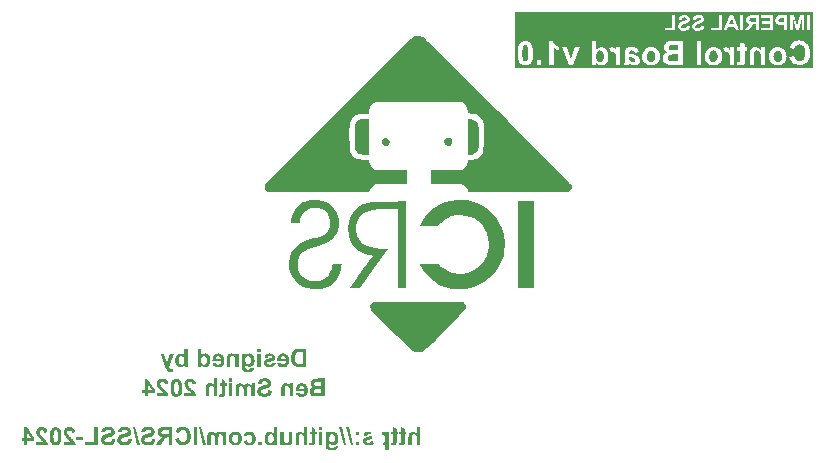
<source format=gbr>
%TF.GenerationSoftware,KiCad,Pcbnew,8.0.0*%
%TF.CreationDate,2024-03-25T03:31:52+00:00*%
%TF.ProjectId,main_PCB_v2,6d61696e-5f50-4434-925f-76322e6b6963,rev?*%
%TF.SameCoordinates,Original*%
%TF.FileFunction,Legend,Bot*%
%TF.FilePolarity,Positive*%
%FSLAX46Y46*%
G04 Gerber Fmt 4.6, Leading zero omitted, Abs format (unit mm)*
G04 Created by KiCad (PCBNEW 8.0.0) date 2024-03-25 03:31:52*
%MOMM*%
%LPD*%
G01*
G04 APERTURE LIST*
G04 Aperture macros list*
%AMHorizOval*
0 Thick line with rounded ends*
0 $1 width*
0 $2 $3 position (X,Y) of the first rounded end (center of the circle)*
0 $4 $5 position (X,Y) of the second rounded end (center of the circle)*
0 Add line between two ends*
20,1,$1,$2,$3,$4,$5,0*
0 Add two circle primitives to create the rounded ends*
1,1,$1,$2,$3*
1,1,$1,$4,$5*%
%AMRotRect*
0 Rectangle, with rotation*
0 The origin of the aperture is its center*
0 $1 length*
0 $2 width*
0 $3 Rotation angle, in degrees counterclockwise*
0 Add horizontal line*
21,1,$1,$2,0,0,$3*%
G04 Aperture macros list end*
%ADD10C,0.300000*%
%ADD11C,0.000000*%
%ADD12C,3.200000*%
%ADD13C,0.600000*%
%ADD14HorizOval,0.900000X-0.142350X0.531259X0.142350X-0.531259X0*%
%ADD15HorizOval,0.900000X-0.103528X0.386370X0.103528X-0.386370X0*%
%ADD16R,1.700000X1.700000*%
%ADD17O,1.700000X1.700000*%
%ADD18RotRect,1.000000X1.000000X135.000000*%
%ADD19HorizOval,1.000000X0.000000X0.000000X0.000000X0.000000X0*%
G04 APERTURE END LIST*
D10*
G36*
X151459996Y-120520924D02*
G01*
X151459996Y-121075600D01*
X151405582Y-121022560D01*
X151337216Y-120974550D01*
X151263590Y-120941476D01*
X151184705Y-120923339D01*
X151125139Y-120919528D01*
X151047140Y-120925696D01*
X150975671Y-120944198D01*
X150944888Y-120956898D01*
X150878363Y-120996439D01*
X150826568Y-121048555D01*
X150823988Y-121052152D01*
X150788017Y-121117275D01*
X150768300Y-121180746D01*
X150758032Y-121257232D01*
X150753998Y-121338285D01*
X150753279Y-121399466D01*
X150753279Y-122045000D01*
X151042707Y-122045000D01*
X151042707Y-121455886D01*
X151043738Y-121376316D01*
X151047924Y-121299329D01*
X151059193Y-121233503D01*
X151100383Y-121171509D01*
X151117445Y-121158398D01*
X151188271Y-121132757D01*
X151221859Y-121130554D01*
X151298186Y-121141914D01*
X151350819Y-121166458D01*
X151405083Y-121217914D01*
X151433984Y-121273803D01*
X151451766Y-121349818D01*
X151458751Y-121428041D01*
X151459996Y-121486294D01*
X151459996Y-122045000D01*
X151749424Y-122045000D01*
X151749424Y-120520924D01*
X151459996Y-120520924D01*
G37*
G36*
X149964497Y-120942976D02*
G01*
X149964497Y-121154002D01*
X150162334Y-121154002D01*
X150162334Y-121632473D01*
X150161797Y-121711535D01*
X150158980Y-121785718D01*
X150156838Y-121802100D01*
X150130826Y-121842034D01*
X150082100Y-121857421D01*
X150009717Y-121844261D01*
X149965596Y-121829577D01*
X149940683Y-122030345D01*
X150013318Y-122052038D01*
X150092186Y-122064726D01*
X150169295Y-122068447D01*
X150243850Y-122061669D01*
X150310711Y-122041336D01*
X150376142Y-122001293D01*
X150403035Y-121971360D01*
X150433772Y-121902005D01*
X150443702Y-121855223D01*
X150450571Y-121776729D01*
X150452539Y-121700787D01*
X150452861Y-121645296D01*
X150452861Y-121154002D01*
X150585851Y-121154002D01*
X150585851Y-120942976D01*
X150452861Y-120942976D01*
X150452861Y-120731950D01*
X150162334Y-120567819D01*
X150162334Y-120942976D01*
X149964497Y-120942976D01*
G37*
G36*
X149265474Y-120942976D02*
G01*
X149265474Y-121154002D01*
X149463311Y-121154002D01*
X149463311Y-121632473D01*
X149462774Y-121711535D01*
X149459957Y-121785718D01*
X149457815Y-121802100D01*
X149431803Y-121842034D01*
X149383077Y-121857421D01*
X149310694Y-121844261D01*
X149266573Y-121829577D01*
X149241660Y-122030345D01*
X149314295Y-122052038D01*
X149393163Y-122064726D01*
X149470272Y-122068447D01*
X149544827Y-122061669D01*
X149611688Y-122041336D01*
X149677119Y-122001293D01*
X149704012Y-121971360D01*
X149734749Y-121902005D01*
X149744678Y-121855223D01*
X149751548Y-121776729D01*
X149753516Y-121700787D01*
X149753838Y-121645296D01*
X149753838Y-121154002D01*
X149886828Y-121154002D01*
X149886828Y-120942976D01*
X149753838Y-120942976D01*
X149753838Y-120731950D01*
X149463311Y-120567819D01*
X149463311Y-120942976D01*
X149265474Y-120942976D01*
G37*
G36*
X148518709Y-120922711D02*
G01*
X148594220Y-120939421D01*
X148664270Y-120970453D01*
X148701752Y-120994240D01*
X148757685Y-121042034D01*
X148806420Y-121103810D01*
X148806420Y-120942976D01*
X149076430Y-120942976D01*
X149076430Y-122467051D01*
X148787002Y-122467051D01*
X148787002Y-121908712D01*
X148756773Y-121939744D01*
X148697937Y-121990989D01*
X148632030Y-122032543D01*
X148618009Y-122038959D01*
X148543558Y-122061575D01*
X148467533Y-122068447D01*
X148409279Y-122064726D01*
X148332413Y-122047015D01*
X148261016Y-122014717D01*
X148195089Y-121967834D01*
X148142934Y-121916039D01*
X148111507Y-121875928D01*
X148072223Y-121808570D01*
X148042367Y-121732582D01*
X148021939Y-121647965D01*
X148012118Y-121570859D01*
X148008946Y-121490324D01*
X148303768Y-121490324D01*
X148305405Y-121548778D01*
X148314833Y-121631141D01*
X148335457Y-121707378D01*
X148370812Y-121771692D01*
X148397028Y-121800826D01*
X148462134Y-121843272D01*
X148538607Y-121857421D01*
X148595231Y-121850031D01*
X148662885Y-121817187D01*
X148717027Y-121763998D01*
X148748923Y-121710898D01*
X148773914Y-121635888D01*
X148786445Y-121555637D01*
X148789933Y-121474937D01*
X148788840Y-121433566D01*
X148780093Y-121358690D01*
X148759797Y-121286991D01*
X148719958Y-121217383D01*
X148682703Y-121179395D01*
X148618320Y-121142765D01*
X148543736Y-121130554D01*
X148500755Y-121134797D01*
X148429305Y-121165187D01*
X148373011Y-121219214D01*
X148342717Y-121269269D01*
X148318982Y-121339703D01*
X148307081Y-121414865D01*
X148303768Y-121490324D01*
X148008946Y-121490324D01*
X148008845Y-121487759D01*
X148010013Y-121438516D01*
X148017156Y-121361066D01*
X148034300Y-121275753D01*
X148060794Y-121198761D01*
X148096639Y-121130089D01*
X148141835Y-121069738D01*
X148175981Y-121034532D01*
X148240062Y-120984218D01*
X148309648Y-120948279D01*
X148384739Y-120926716D01*
X148465334Y-120919528D01*
X148518709Y-120922711D01*
G37*
G36*
X147887944Y-121740184D02*
G01*
X147597418Y-121693290D01*
X147569299Y-121764181D01*
X147522313Y-121815655D01*
X147454169Y-121846980D01*
X147375910Y-121857258D01*
X147363311Y-121857421D01*
X147287010Y-121851599D01*
X147213513Y-121827948D01*
X147194417Y-121816022D01*
X147156910Y-121750586D01*
X147156315Y-121738719D01*
X147176831Y-121684131D01*
X147247510Y-121652726D01*
X147273918Y-121646029D01*
X147357472Y-121626909D01*
X147433012Y-121608202D01*
X147516166Y-121585397D01*
X147586799Y-121563236D01*
X147664647Y-121533293D01*
X147717951Y-121504612D01*
X147774692Y-121455748D01*
X147819147Y-121390376D01*
X147843085Y-121313991D01*
X147847644Y-121256950D01*
X147838776Y-121180201D01*
X147812173Y-121110698D01*
X147767833Y-121048439D01*
X147735537Y-121016981D01*
X147671583Y-120974346D01*
X147602964Y-120947032D01*
X147522529Y-120929045D01*
X147444180Y-120921051D01*
X147387124Y-120919528D01*
X147306964Y-120922233D01*
X147223698Y-120932226D01*
X147151478Y-120949582D01*
X147082464Y-120978433D01*
X147053367Y-120996465D01*
X146997168Y-121045596D01*
X146951808Y-121106434D01*
X146917286Y-121178981D01*
X146902791Y-121224344D01*
X147176099Y-121271238D01*
X147208089Y-121201554D01*
X147242777Y-121166824D01*
X147310809Y-121137497D01*
X147381995Y-121130554D01*
X147458606Y-121135037D01*
X147532382Y-121154958D01*
X147545760Y-121162428D01*
X147578733Y-121221413D01*
X147549790Y-121273803D01*
X147478744Y-121303686D01*
X147405151Y-121324855D01*
X147321072Y-121345819D01*
X147279413Y-121355502D01*
X147197617Y-121375998D01*
X147125609Y-121398195D01*
X147053972Y-121426240D01*
X146988416Y-121461124D01*
X146956280Y-121484462D01*
X146904760Y-121544881D01*
X146874625Y-121619845D01*
X146865788Y-121700617D01*
X146875728Y-121782012D01*
X146905549Y-121856800D01*
X146948745Y-121917731D01*
X146991451Y-121960003D01*
X147052196Y-122002258D01*
X147124477Y-122034135D01*
X147195613Y-122053197D01*
X147275224Y-122064634D01*
X147363311Y-122068447D01*
X147443970Y-122065343D01*
X147518060Y-122056030D01*
X147596196Y-122037320D01*
X147665391Y-122010159D01*
X147717585Y-121980153D01*
X147777005Y-121932045D01*
X147825204Y-121876014D01*
X147862184Y-121812061D01*
X147887944Y-121740184D01*
G37*
G36*
X146562438Y-121224344D02*
G01*
X146562438Y-120942976D01*
X146272644Y-120942976D01*
X146272644Y-121224344D01*
X146562438Y-121224344D01*
G37*
G36*
X146562438Y-122045000D02*
G01*
X146562438Y-121763632D01*
X146272644Y-121763632D01*
X146272644Y-122045000D01*
X146562438Y-122045000D01*
G37*
G36*
X146073342Y-122045000D02*
G01*
X145699284Y-120520924D01*
X145482030Y-120520924D01*
X145860118Y-122045000D01*
X146073342Y-122045000D01*
G37*
G36*
X145490090Y-122045000D02*
G01*
X145116032Y-120520924D01*
X144898778Y-120520924D01*
X145276866Y-122045000D01*
X145490090Y-122045000D01*
G37*
G36*
X144404009Y-120921813D02*
G01*
X144483508Y-120936802D01*
X144556870Y-120965781D01*
X144624097Y-121008749D01*
X144685188Y-121065708D01*
X144716186Y-121104291D01*
X144754933Y-121169807D01*
X144784381Y-121244494D01*
X144804530Y-121328351D01*
X144814216Y-121405237D01*
X144817445Y-121488492D01*
X144814977Y-121555652D01*
X144805497Y-121631593D01*
X144785452Y-121713776D01*
X144755729Y-121789052D01*
X144716329Y-121857421D01*
X144699895Y-121880136D01*
X144646285Y-121939487D01*
X144586208Y-121985648D01*
X144519666Y-122018621D01*
X144446658Y-122038405D01*
X144367184Y-122045000D01*
X144307014Y-122041055D01*
X144228337Y-122022279D01*
X144156147Y-121988041D01*
X144090443Y-121938340D01*
X144039288Y-121883433D01*
X144039288Y-122041702D01*
X144040889Y-122100551D01*
X144052843Y-122173227D01*
X144060782Y-122191070D01*
X144110362Y-122245767D01*
X144129486Y-122255477D01*
X144203385Y-122274733D01*
X144280355Y-122279473D01*
X144340204Y-122275763D01*
X144410415Y-122253094D01*
X144414041Y-122250684D01*
X144448517Y-122185683D01*
X144779344Y-122138789D01*
X144780076Y-122171762D01*
X144779056Y-122197303D01*
X144760909Y-122276300D01*
X144720079Y-122345852D01*
X144663939Y-122400373D01*
X144656500Y-122405918D01*
X144585625Y-122443939D01*
X144507043Y-122467967D01*
X144427381Y-122481697D01*
X144352317Y-122488298D01*
X144269364Y-122490498D01*
X144251109Y-122490377D01*
X144173919Y-122486819D01*
X144097670Y-122477087D01*
X144025366Y-122459357D01*
X144001884Y-122451200D01*
X143933950Y-122419549D01*
X143871493Y-122373262D01*
X143854039Y-122355078D01*
X143811924Y-122293408D01*
X143781734Y-122221953D01*
X143767789Y-122167617D01*
X143756863Y-122091764D01*
X143751385Y-122011249D01*
X143749860Y-121930694D01*
X143749860Y-121485561D01*
X144034159Y-121485561D01*
X144035947Y-121537419D01*
X144046251Y-121611797D01*
X144068791Y-121682827D01*
X144107431Y-121746046D01*
X144146106Y-121784515D01*
X144211759Y-121821609D01*
X144286584Y-121833974D01*
X144328370Y-121829871D01*
X144398067Y-121800486D01*
X144453279Y-121748244D01*
X144482772Y-121699197D01*
X144505878Y-121629240D01*
X144517465Y-121553918D01*
X144520690Y-121477868D01*
X144519637Y-121435312D01*
X144511211Y-121358650D01*
X144491659Y-121285872D01*
X144453279Y-121216284D01*
X144421891Y-121182879D01*
X144354390Y-121142610D01*
X144281454Y-121130554D01*
X144230278Y-121136027D01*
X144162186Y-121164758D01*
X144104501Y-121218115D01*
X144073726Y-121267529D01*
X144049615Y-121337023D01*
X144037525Y-121411154D01*
X144034159Y-121485561D01*
X143749860Y-121485561D01*
X143749860Y-120942976D01*
X144020969Y-120942976D01*
X144020969Y-121089155D01*
X144063921Y-121040288D01*
X144129883Y-120985789D01*
X144202647Y-120947523D01*
X144282213Y-120925492D01*
X144355826Y-120919528D01*
X144404009Y-120921813D01*
G37*
G36*
X143470324Y-120778845D02*
G01*
X143470324Y-120520924D01*
X143180530Y-120520924D01*
X143180530Y-120778845D01*
X143470324Y-120778845D01*
G37*
G36*
X143470324Y-122045000D02*
G01*
X143470324Y-120942976D01*
X143180530Y-120942976D01*
X143180530Y-122045000D01*
X143470324Y-122045000D01*
G37*
G36*
X142385153Y-120942976D02*
G01*
X142385153Y-121154002D01*
X142582990Y-121154002D01*
X142582990Y-121632473D01*
X142582453Y-121711535D01*
X142579636Y-121785718D01*
X142577494Y-121802100D01*
X142551482Y-121842034D01*
X142502756Y-121857421D01*
X142430373Y-121844261D01*
X142386252Y-121829577D01*
X142361339Y-122030345D01*
X142433974Y-122052038D01*
X142512842Y-122064726D01*
X142589951Y-122068447D01*
X142664506Y-122061669D01*
X142731367Y-122041336D01*
X142796798Y-122001293D01*
X142823691Y-121971360D01*
X142854428Y-121902005D01*
X142864357Y-121855223D01*
X142871227Y-121776729D01*
X142873195Y-121700787D01*
X142873517Y-121645296D01*
X142873517Y-121154002D01*
X143006507Y-121154002D01*
X143006507Y-120942976D01*
X142873517Y-120942976D01*
X142873517Y-120731950D01*
X142582990Y-120567819D01*
X142582990Y-120942976D01*
X142385153Y-120942976D01*
G37*
G36*
X141899354Y-120520924D02*
G01*
X141899354Y-121075600D01*
X141844940Y-121022560D01*
X141776574Y-120974550D01*
X141702948Y-120941476D01*
X141624063Y-120923339D01*
X141564497Y-120919528D01*
X141486498Y-120925696D01*
X141415029Y-120944198D01*
X141384246Y-120956898D01*
X141317721Y-120996439D01*
X141265926Y-121048555D01*
X141263346Y-121052152D01*
X141227375Y-121117275D01*
X141207658Y-121180746D01*
X141197390Y-121257232D01*
X141193356Y-121338285D01*
X141192637Y-121399466D01*
X141192637Y-122045000D01*
X141482065Y-122045000D01*
X141482065Y-121455886D01*
X141483095Y-121376316D01*
X141487281Y-121299329D01*
X141498551Y-121233503D01*
X141539741Y-121171509D01*
X141556803Y-121158398D01*
X141627629Y-121132757D01*
X141661217Y-121130554D01*
X141737544Y-121141914D01*
X141790177Y-121166458D01*
X141844441Y-121217914D01*
X141873342Y-121273803D01*
X141891124Y-121349818D01*
X141898109Y-121428041D01*
X141899354Y-121486294D01*
X141899354Y-122045000D01*
X142188782Y-122045000D01*
X142188782Y-120520924D01*
X141899354Y-120520924D01*
G37*
G36*
X140185502Y-122045000D02*
G01*
X140185502Y-121881235D01*
X140235597Y-121941599D01*
X140296304Y-121991350D01*
X140342672Y-122018621D01*
X140410761Y-122046989D01*
X140488101Y-122064506D01*
X140548203Y-122068447D01*
X140627492Y-122061595D01*
X140700496Y-122041038D01*
X140745673Y-122019720D01*
X140808835Y-121973660D01*
X140856034Y-121914661D01*
X140872435Y-121883066D01*
X140896323Y-121807418D01*
X140907808Y-121729973D01*
X140911598Y-121649077D01*
X140911636Y-121639434D01*
X140911636Y-120942976D01*
X140622208Y-120942976D01*
X140622208Y-121454787D01*
X140621654Y-121536463D01*
X140619608Y-121615603D01*
X140614762Y-121691801D01*
X140606454Y-121742749D01*
X140569844Y-121807420D01*
X140548203Y-121826646D01*
X140479204Y-121854416D01*
X140440858Y-121857421D01*
X140366570Y-121845737D01*
X140308234Y-121816022D01*
X140253700Y-121763188D01*
X140227634Y-121713440D01*
X140213639Y-121634106D01*
X140208573Y-121556133D01*
X140206356Y-121469687D01*
X140206018Y-121412655D01*
X140206018Y-120942976D01*
X139916591Y-120942976D01*
X139916591Y-122045000D01*
X140185502Y-122045000D01*
G37*
G36*
X139635589Y-122045000D02*
G01*
X139366678Y-122045000D01*
X139366678Y-121884166D01*
X139332125Y-121927282D01*
X139274371Y-121981223D01*
X139209508Y-122022285D01*
X139175208Y-122037973D01*
X139100274Y-122060828D01*
X139024494Y-122068447D01*
X138966355Y-122064735D01*
X138889649Y-122047066D01*
X138818412Y-122014846D01*
X138752646Y-121968076D01*
X138700628Y-121916406D01*
X138662209Y-121865630D01*
X138624703Y-121796387D01*
X138596573Y-121718077D01*
X138580294Y-121645891D01*
X138570527Y-121567409D01*
X138567975Y-121500949D01*
X138864026Y-121500949D01*
X138865079Y-121545571D01*
X138873506Y-121625575D01*
X138893058Y-121700856D01*
X138931437Y-121771692D01*
X138957721Y-121800826D01*
X139021562Y-121843272D01*
X139094836Y-121857421D01*
X139110214Y-121856949D01*
X139187941Y-121837468D01*
X139248535Y-121794964D01*
X139294870Y-121736521D01*
X139315712Y-121694739D01*
X139336607Y-121619663D01*
X139345800Y-121546568D01*
X139348360Y-121473105D01*
X139347283Y-121431253D01*
X139338674Y-121355828D01*
X139318697Y-121284167D01*
X139279483Y-121215551D01*
X139247524Y-121182432D01*
X139179334Y-121142507D01*
X139106193Y-121130554D01*
X139061551Y-121134727D01*
X138988412Y-121164615D01*
X138932170Y-121217749D01*
X138902357Y-121268010D01*
X138878999Y-121340920D01*
X138867287Y-121420278D01*
X138864026Y-121500949D01*
X138567975Y-121500949D01*
X138567271Y-121482630D01*
X138568420Y-121432705D01*
X138575445Y-121354449D01*
X138592305Y-121268711D01*
X138618362Y-121191886D01*
X138653614Y-121123974D01*
X138698063Y-121064975D01*
X138731843Y-121030886D01*
X138796165Y-120982167D01*
X138867113Y-120947368D01*
X138944688Y-120926488D01*
X139028890Y-120919528D01*
X139084936Y-120923249D01*
X139159373Y-120940961D01*
X139229112Y-120973258D01*
X139294152Y-121020141D01*
X139346161Y-121071936D01*
X139346161Y-120520924D01*
X139635589Y-120520924D01*
X139635589Y-122045000D01*
G37*
G36*
X138341224Y-122045000D02*
G01*
X138341224Y-121763632D01*
X138051430Y-121763632D01*
X138051430Y-122045000D01*
X138341224Y-122045000D01*
G37*
G36*
X136803593Y-121247791D02*
G01*
X137088991Y-121294685D01*
X137112530Y-121223153D01*
X137154570Y-121171953D01*
X137221482Y-121138478D01*
X137286828Y-121130554D01*
X137361755Y-121141786D01*
X137429089Y-121179301D01*
X137459385Y-121210422D01*
X137496096Y-121278015D01*
X137514798Y-121352187D01*
X137522858Y-121432375D01*
X137523866Y-121477501D01*
X137521573Y-121551248D01*
X137513103Y-121626444D01*
X137495781Y-121698085D01*
X137462665Y-121766192D01*
X137458653Y-121771692D01*
X137403183Y-121823933D01*
X137335142Y-121852063D01*
X137282798Y-121857421D01*
X137207876Y-121845606D01*
X137147976Y-121810160D01*
X137105359Y-121750456D01*
X137081119Y-121681016D01*
X137073604Y-121646395D01*
X136789305Y-121693290D01*
X136812591Y-121770206D01*
X136843662Y-121838427D01*
X136888701Y-121905747D01*
X136943908Y-121961709D01*
X136959298Y-121973925D01*
X137027488Y-122015278D01*
X137095944Y-122041770D01*
X137172605Y-122059216D01*
X137257471Y-122067616D01*
X137296353Y-122068447D01*
X137382928Y-122063102D01*
X137462677Y-122047066D01*
X137535599Y-122020340D01*
X137601695Y-121982924D01*
X137660964Y-121934817D01*
X137679204Y-121916406D01*
X137727637Y-121855157D01*
X137766049Y-121785717D01*
X137794441Y-121708085D01*
X137812812Y-121622261D01*
X137820467Y-121544484D01*
X137821720Y-121495087D01*
X137818222Y-121412964D01*
X137807731Y-121336727D01*
X137785908Y-121253012D01*
X137754012Y-121177771D01*
X137712045Y-121111005D01*
X137678471Y-121071203D01*
X137621198Y-121019658D01*
X137556815Y-120978776D01*
X137485323Y-120948560D01*
X137406721Y-120929008D01*
X137321008Y-120920121D01*
X137290858Y-120919528D01*
X137207412Y-120923420D01*
X137131786Y-120935096D01*
X137054929Y-120957971D01*
X136988285Y-120991012D01*
X136973220Y-121000861D01*
X136912108Y-121053128D01*
X136866593Y-121110877D01*
X136829367Y-121179249D01*
X136803593Y-121247791D01*
G37*
G36*
X136171569Y-120923994D02*
G01*
X136246170Y-120937389D01*
X136317016Y-120959714D01*
X136384106Y-120990969D01*
X136430929Y-121020014D01*
X136493339Y-121072033D01*
X136546360Y-121134195D01*
X136585607Y-121197965D01*
X136609761Y-121249133D01*
X136634193Y-121318399D01*
X136651059Y-121397746D01*
X136656681Y-121478600D01*
X136656404Y-121502052D01*
X136651059Y-121580594D01*
X136638913Y-121653631D01*
X136616702Y-121730361D01*
X136585607Y-121799902D01*
X136556661Y-121847133D01*
X136504645Y-121909623D01*
X136442312Y-121962087D01*
X136378244Y-122000303D01*
X136309047Y-122030116D01*
X136238110Y-122051411D01*
X136165433Y-122064188D01*
X136091015Y-122068447D01*
X136060976Y-122067806D01*
X135974740Y-122058189D01*
X135894326Y-122037031D01*
X135819734Y-122004333D01*
X135750963Y-121960095D01*
X135688014Y-121904316D01*
X135659337Y-121872794D01*
X135610444Y-121805268D01*
X135572835Y-121731767D01*
X135546508Y-121652288D01*
X135531464Y-121566834D01*
X135527585Y-121491789D01*
X135825401Y-121491789D01*
X135827279Y-121545479D01*
X135838098Y-121622788D01*
X135861765Y-121697115D01*
X135902337Y-121763998D01*
X135948306Y-121809159D01*
X136018614Y-121846382D01*
X136092114Y-121857421D01*
X136152953Y-121850031D01*
X136225235Y-121817187D01*
X136282623Y-121763998D01*
X136312744Y-121719021D01*
X136340601Y-121649601D01*
X136355095Y-121576946D01*
X136359926Y-121493988D01*
X136358039Y-121440940D01*
X136347168Y-121364473D01*
X136323389Y-121290819D01*
X136282623Y-121224344D01*
X136236300Y-121179006D01*
X136165701Y-121141637D01*
X136092114Y-121130554D01*
X136031333Y-121137973D01*
X135959308Y-121170946D01*
X135902337Y-121224344D01*
X135872359Y-121269073D01*
X135844635Y-121337916D01*
X135830209Y-121409815D01*
X135825401Y-121491789D01*
X135527585Y-121491789D01*
X135527547Y-121491057D01*
X135528941Y-121445374D01*
X135537461Y-121372584D01*
X135557910Y-121290761D01*
X135589514Y-121214967D01*
X135632271Y-121145200D01*
X135686182Y-121081461D01*
X135716715Y-121052522D01*
X135782515Y-121003183D01*
X135854626Y-120965230D01*
X135933048Y-120938663D01*
X136017781Y-120923482D01*
X136093213Y-120919528D01*
X136171569Y-120923994D01*
G37*
G36*
X135329344Y-120942976D02*
G01*
X135062264Y-120942976D01*
X135062264Y-121092452D01*
X135006627Y-121033685D01*
X134947151Y-120987077D01*
X134872912Y-120948068D01*
X134793448Y-120925608D01*
X134721179Y-120919528D01*
X134646234Y-120925350D01*
X134573882Y-120944797D01*
X134538729Y-120960928D01*
X134476419Y-121004966D01*
X134428103Y-121060426D01*
X134411967Y-121085491D01*
X134356240Y-121028820D01*
X134297318Y-120984100D01*
X134256263Y-120960928D01*
X134186580Y-120934123D01*
X134113269Y-120920984D01*
X134078210Y-120919528D01*
X133999715Y-120925373D01*
X133924058Y-120945079D01*
X133874145Y-120968988D01*
X133813290Y-121016494D01*
X133766462Y-121079238D01*
X133749581Y-121113335D01*
X133730130Y-121184879D01*
X133721915Y-121259497D01*
X133719539Y-121341214D01*
X133719539Y-122045000D01*
X134009333Y-122045000D01*
X134009333Y-121407892D01*
X134011211Y-121332261D01*
X134018839Y-121258394D01*
X134039375Y-121193569D01*
X134094109Y-121144400D01*
X134162840Y-121130554D01*
X134236141Y-121145295D01*
X134277512Y-121168290D01*
X134328298Y-121221986D01*
X134354815Y-121279298D01*
X134369996Y-121352502D01*
X134376407Y-121427821D01*
X134378262Y-121509741D01*
X134378262Y-122045000D01*
X134667690Y-122045000D01*
X134667690Y-121433904D01*
X134668651Y-121359784D01*
X134673114Y-121281423D01*
X134683077Y-121223977D01*
X134721302Y-121161438D01*
X134731071Y-121153635D01*
X134802168Y-121131118D01*
X134818998Y-121130554D01*
X134893835Y-121143599D01*
X134939532Y-121167557D01*
X134992459Y-121222558D01*
X135016468Y-121273436D01*
X135032246Y-121351485D01*
X135038107Y-121428615D01*
X135039549Y-121503147D01*
X135039549Y-122045000D01*
X135329344Y-122045000D01*
X135329344Y-120942976D01*
G37*
G36*
X133594975Y-122045000D02*
G01*
X133220917Y-120520924D01*
X133003663Y-120520924D01*
X133381751Y-122045000D01*
X133594975Y-122045000D01*
G37*
G36*
X132864445Y-122045000D02*
G01*
X132864445Y-120520924D01*
X132559630Y-120520924D01*
X132559630Y-122045000D01*
X132864445Y-122045000D01*
G37*
G36*
X131305565Y-121458817D02*
G01*
X131009909Y-121552606D01*
X131033404Y-121627548D01*
X131061300Y-121696211D01*
X131100584Y-121770318D01*
X131146205Y-121835383D01*
X131198163Y-121891407D01*
X131236322Y-121923733D01*
X131298537Y-121964945D01*
X131366753Y-121997630D01*
X131440972Y-122021788D01*
X131521193Y-122037420D01*
X131607416Y-122044526D01*
X131637491Y-122045000D01*
X131711016Y-122041817D01*
X131798220Y-122028887D01*
X131880201Y-122006010D01*
X131956959Y-121973188D01*
X132028493Y-121930419D01*
X132094804Y-121877704D01*
X132132083Y-121841301D01*
X132187810Y-121773996D01*
X132234092Y-121699392D01*
X132270929Y-121617490D01*
X132293598Y-121546713D01*
X132310221Y-121471264D01*
X132320800Y-121391145D01*
X132325334Y-121306355D01*
X132325523Y-121284427D01*
X132322483Y-121193615D01*
X132313364Y-121108023D01*
X132298166Y-121027652D01*
X132276888Y-120952501D01*
X132249531Y-120882571D01*
X132206785Y-120802501D01*
X132154541Y-120730588D01*
X132130983Y-120704106D01*
X132067088Y-120644579D01*
X131997218Y-120595142D01*
X131921372Y-120555793D01*
X131839552Y-120526534D01*
X131751757Y-120507364D01*
X131677219Y-120499293D01*
X131618806Y-120497477D01*
X131534687Y-120501716D01*
X131455667Y-120514435D01*
X131381745Y-120535634D01*
X131312921Y-120565311D01*
X131249195Y-120603468D01*
X131190568Y-120650105D01*
X131168545Y-120671133D01*
X131120276Y-120728195D01*
X131078419Y-120796430D01*
X131047053Y-120865302D01*
X131020596Y-120942730D01*
X131013939Y-120966423D01*
X131315823Y-121013318D01*
X131341093Y-120937137D01*
X131380130Y-120872818D01*
X131427564Y-120824640D01*
X131490328Y-120785218D01*
X131561751Y-120762159D01*
X131634193Y-120755397D01*
X131714153Y-120762862D01*
X131786235Y-120785256D01*
X131850440Y-120822579D01*
X131906769Y-120874832D01*
X131952450Y-120943823D01*
X131981714Y-121019405D01*
X131998844Y-121095491D01*
X132008633Y-121182010D01*
X132011182Y-121262079D01*
X132008669Y-121346819D01*
X132001129Y-121423580D01*
X131985445Y-121505162D01*
X131962523Y-121575255D01*
X131926632Y-121642509D01*
X131908234Y-121666545D01*
X131852890Y-121719279D01*
X131789807Y-121756946D01*
X131718984Y-121779546D01*
X131640422Y-121787079D01*
X131560825Y-121777728D01*
X131489281Y-121749676D01*
X131431228Y-121707944D01*
X131381332Y-121649612D01*
X131344685Y-121581941D01*
X131318679Y-121509721D01*
X131305565Y-121458817D01*
G37*
G36*
X130755652Y-122045000D02*
G01*
X130450837Y-122045000D01*
X130450837Y-121411922D01*
X130388921Y-121411922D01*
X130382405Y-121411938D01*
X130307787Y-121415148D01*
X130235415Y-121428775D01*
X130202773Y-121443738D01*
X130143824Y-121491057D01*
X130117560Y-121521625D01*
X130071657Y-121582440D01*
X130024476Y-121649176D01*
X129982990Y-121709776D01*
X129762438Y-122045000D01*
X129397540Y-122045000D01*
X129582187Y-121748244D01*
X129621557Y-121685424D01*
X129663517Y-121621771D01*
X129706232Y-121561734D01*
X129755844Y-121501315D01*
X129794661Y-121463058D01*
X129854982Y-121414844D01*
X129918876Y-121373454D01*
X129894397Y-121369468D01*
X129814828Y-121350447D01*
X129744761Y-121323537D01*
X129676320Y-121283122D01*
X129620289Y-121232404D01*
X129576531Y-121172778D01*
X129545276Y-121105642D01*
X129526523Y-121030995D01*
X129521303Y-120962393D01*
X129834612Y-120962393D01*
X129837653Y-121001885D01*
X129865753Y-121073401D01*
X129887313Y-121098568D01*
X129951116Y-121136050D01*
X129994863Y-121144728D01*
X130074061Y-121151039D01*
X130148658Y-121153370D01*
X130225157Y-121154002D01*
X130450837Y-121154002D01*
X130450837Y-120778845D01*
X130212700Y-120778845D01*
X130138696Y-120779090D01*
X130064414Y-120780127D01*
X129990317Y-120783974D01*
X129935453Y-120799360D01*
X129875279Y-120841859D01*
X129847479Y-120887470D01*
X129834612Y-120962393D01*
X129521303Y-120962393D01*
X129520272Y-120948838D01*
X129520529Y-120932012D01*
X129529545Y-120851448D01*
X129551441Y-120776822D01*
X129586217Y-120708136D01*
X129631727Y-120648681D01*
X129691704Y-120597743D01*
X129762072Y-120561957D01*
X129799542Y-120550136D01*
X129872964Y-120535390D01*
X129950807Y-120526694D01*
X130027632Y-120522367D01*
X130113782Y-120520924D01*
X130755652Y-120520924D01*
X130755652Y-122045000D01*
G37*
G36*
X129318771Y-121552606D02*
G01*
X129022016Y-121529159D01*
X129002625Y-121604680D01*
X128970883Y-121674318D01*
X128923570Y-121733564D01*
X128913572Y-121742383D01*
X128850399Y-121781179D01*
X128773719Y-121803872D01*
X128692288Y-121810526D01*
X128615182Y-121805687D01*
X128542968Y-121788957D01*
X128475014Y-121753108D01*
X128470272Y-121749344D01*
X128419181Y-121691561D01*
X128396190Y-121620936D01*
X128395533Y-121605729D01*
X128414764Y-121532912D01*
X128427041Y-121515969D01*
X128488432Y-121471506D01*
X128536584Y-121451489D01*
X128609864Y-121429070D01*
X128684597Y-121408584D01*
X128757669Y-121389365D01*
X128780949Y-121383346D01*
X128853973Y-121363106D01*
X128932180Y-121337071D01*
X129000109Y-121309130D01*
X129066369Y-121274123D01*
X129124965Y-121230938D01*
X129179211Y-121173153D01*
X129220133Y-121110074D01*
X129247732Y-121041700D01*
X129262008Y-120968032D01*
X129264183Y-120923558D01*
X129256477Y-120845237D01*
X129233360Y-120770465D01*
X129198970Y-120705572D01*
X129152366Y-120646674D01*
X129094528Y-120597294D01*
X129025455Y-120557430D01*
X129010293Y-120550600D01*
X128936844Y-120524920D01*
X128864842Y-120509149D01*
X128786521Y-120500019D01*
X128712805Y-120497477D01*
X128627396Y-120500598D01*
X128548857Y-120509963D01*
X128477187Y-120525571D01*
X128400250Y-120552542D01*
X128333206Y-120588503D01*
X128284891Y-120625338D01*
X128228439Y-120685362D01*
X128185064Y-120753555D01*
X128154768Y-120829918D01*
X128139209Y-120901875D01*
X128133583Y-120966423D01*
X128438764Y-120966423D01*
X128459664Y-120890981D01*
X128500066Y-120825494D01*
X128522662Y-120804856D01*
X128591424Y-120771046D01*
X128670009Y-120757136D01*
X128716102Y-120755397D01*
X128793411Y-120760621D01*
X128865557Y-120778433D01*
X128924197Y-120808886D01*
X128968732Y-120870504D01*
X128972557Y-120901210D01*
X128947003Y-120971346D01*
X128927128Y-120990969D01*
X128860753Y-121027669D01*
X128790686Y-121053223D01*
X128712435Y-121076296D01*
X128646859Y-121093185D01*
X128567411Y-121113596D01*
X128496129Y-121134161D01*
X128423287Y-121158349D01*
X128353649Y-121186250D01*
X128317498Y-121203827D01*
X128255409Y-121243133D01*
X128197608Y-121295708D01*
X128150802Y-121358066D01*
X128116386Y-121430729D01*
X128097495Y-121506177D01*
X128090588Y-121581728D01*
X128090352Y-121599501D01*
X128097400Y-121679407D01*
X128118545Y-121756093D01*
X128153786Y-121829559D01*
X128162526Y-121843866D01*
X128207847Y-121903320D01*
X128262616Y-121953500D01*
X128326833Y-121994407D01*
X128366591Y-122013126D01*
X128436589Y-122037329D01*
X128514693Y-122054617D01*
X128589684Y-122064071D01*
X128670880Y-122068231D01*
X128695219Y-122068447D01*
X128781503Y-122065236D01*
X128861293Y-122055603D01*
X128934589Y-122039547D01*
X129013972Y-122011804D01*
X129084005Y-121974812D01*
X129135223Y-121936922D01*
X129188447Y-121883225D01*
X129232991Y-121821054D01*
X129268853Y-121750407D01*
X129296034Y-121671285D01*
X129312053Y-121598876D01*
X129318771Y-121552606D01*
G37*
G36*
X127998394Y-122045000D02*
G01*
X127624337Y-120520924D01*
X127407083Y-120520924D01*
X127785170Y-122045000D01*
X127998394Y-122045000D01*
G37*
G36*
X127336008Y-121552606D02*
G01*
X127039253Y-121529159D01*
X127019862Y-121604680D01*
X126988120Y-121674318D01*
X126940807Y-121733564D01*
X126930809Y-121742383D01*
X126867635Y-121781179D01*
X126790955Y-121803872D01*
X126709525Y-121810526D01*
X126632419Y-121805687D01*
X126560205Y-121788957D01*
X126492250Y-121753108D01*
X126487508Y-121749344D01*
X126436418Y-121691561D01*
X126413427Y-121620936D01*
X126412770Y-121605729D01*
X126432000Y-121532912D01*
X126444277Y-121515969D01*
X126505669Y-121471506D01*
X126553820Y-121451489D01*
X126627100Y-121429070D01*
X126701833Y-121408584D01*
X126774905Y-121389365D01*
X126798185Y-121383346D01*
X126871209Y-121363106D01*
X126949417Y-121337071D01*
X127017346Y-121309130D01*
X127083606Y-121274123D01*
X127142201Y-121230938D01*
X127196447Y-121173153D01*
X127237370Y-121110074D01*
X127264969Y-121041700D01*
X127279244Y-120968032D01*
X127281420Y-120923558D01*
X127273714Y-120845237D01*
X127250596Y-120770465D01*
X127216207Y-120705572D01*
X127169603Y-120646674D01*
X127111764Y-120597294D01*
X127042692Y-120557430D01*
X127027529Y-120550600D01*
X126954081Y-120524920D01*
X126882079Y-120509149D01*
X126803757Y-120500019D01*
X126730041Y-120497477D01*
X126644633Y-120500598D01*
X126566093Y-120509963D01*
X126494423Y-120525571D01*
X126417487Y-120552542D01*
X126350442Y-120588503D01*
X126302128Y-120625338D01*
X126245675Y-120685362D01*
X126202301Y-120753555D01*
X126172005Y-120829918D01*
X126156446Y-120901875D01*
X126150819Y-120966423D01*
X126456001Y-120966423D01*
X126476901Y-120890981D01*
X126517303Y-120825494D01*
X126539898Y-120804856D01*
X126608660Y-120771046D01*
X126687245Y-120757136D01*
X126733339Y-120755397D01*
X126810647Y-120760621D01*
X126882794Y-120778433D01*
X126941434Y-120808886D01*
X126985968Y-120870504D01*
X126989794Y-120901210D01*
X126964240Y-120971346D01*
X126944364Y-120990969D01*
X126877990Y-121027669D01*
X126807922Y-121053223D01*
X126729671Y-121076296D01*
X126664096Y-121093185D01*
X126584648Y-121113596D01*
X126513366Y-121134161D01*
X126440524Y-121158349D01*
X126370886Y-121186250D01*
X126334734Y-121203827D01*
X126272646Y-121243133D01*
X126214844Y-121295708D01*
X126168039Y-121358066D01*
X126133622Y-121430729D01*
X126114732Y-121506177D01*
X126107825Y-121581728D01*
X126107588Y-121599501D01*
X126114637Y-121679407D01*
X126135781Y-121756093D01*
X126171022Y-121829559D01*
X126179762Y-121843866D01*
X126225084Y-121903320D01*
X126279853Y-121953500D01*
X126344069Y-121994407D01*
X126383827Y-122013126D01*
X126453826Y-122037329D01*
X126531930Y-122054617D01*
X126606920Y-122064071D01*
X126688117Y-122068231D01*
X126712456Y-122068447D01*
X126798739Y-122065236D01*
X126878529Y-122055603D01*
X126951825Y-122039547D01*
X127031209Y-122011804D01*
X127101242Y-121974812D01*
X127152459Y-121936922D01*
X127205684Y-121883225D01*
X127250227Y-121821054D01*
X127286089Y-121750407D01*
X127313270Y-121671285D01*
X127329290Y-121598876D01*
X127336008Y-121552606D01*
G37*
G36*
X125936496Y-121552606D02*
G01*
X125639741Y-121529159D01*
X125620350Y-121604680D01*
X125588608Y-121674318D01*
X125541295Y-121733564D01*
X125531297Y-121742383D01*
X125468124Y-121781179D01*
X125391444Y-121803872D01*
X125310013Y-121810526D01*
X125232907Y-121805687D01*
X125160694Y-121788957D01*
X125092739Y-121753108D01*
X125087997Y-121749344D01*
X125036906Y-121691561D01*
X125013915Y-121620936D01*
X125013258Y-121605729D01*
X125032489Y-121532912D01*
X125044766Y-121515969D01*
X125106157Y-121471506D01*
X125154309Y-121451489D01*
X125227589Y-121429070D01*
X125302322Y-121408584D01*
X125375394Y-121389365D01*
X125398674Y-121383346D01*
X125471698Y-121363106D01*
X125549905Y-121337071D01*
X125617834Y-121309130D01*
X125684094Y-121274123D01*
X125742690Y-121230938D01*
X125796936Y-121173153D01*
X125837859Y-121110074D01*
X125865457Y-121041700D01*
X125879733Y-120968032D01*
X125881908Y-120923558D01*
X125874202Y-120845237D01*
X125851085Y-120770465D01*
X125816695Y-120705572D01*
X125770091Y-120646674D01*
X125712253Y-120597294D01*
X125643180Y-120557430D01*
X125628018Y-120550600D01*
X125554569Y-120524920D01*
X125482567Y-120509149D01*
X125404246Y-120500019D01*
X125330530Y-120497477D01*
X125245121Y-120500598D01*
X125166582Y-120509963D01*
X125094912Y-120525571D01*
X125017975Y-120552542D01*
X124950931Y-120588503D01*
X124902616Y-120625338D01*
X124846164Y-120685362D01*
X124802789Y-120753555D01*
X124772493Y-120829918D01*
X124756934Y-120901875D01*
X124751308Y-120966423D01*
X125056489Y-120966423D01*
X125077389Y-120890981D01*
X125117791Y-120825494D01*
X125140387Y-120804856D01*
X125209149Y-120771046D01*
X125287734Y-120757136D01*
X125333827Y-120755397D01*
X125411136Y-120760621D01*
X125483282Y-120778433D01*
X125541922Y-120808886D01*
X125586457Y-120870504D01*
X125590282Y-120901210D01*
X125564728Y-120971346D01*
X125544853Y-120990969D01*
X125478478Y-121027669D01*
X125408411Y-121053223D01*
X125330160Y-121076296D01*
X125264584Y-121093185D01*
X125185136Y-121113596D01*
X125113854Y-121134161D01*
X125041012Y-121158349D01*
X124971374Y-121186250D01*
X124935223Y-121203827D01*
X124873134Y-121243133D01*
X124815333Y-121295708D01*
X124768527Y-121358066D01*
X124734111Y-121430729D01*
X124715220Y-121506177D01*
X124708313Y-121581728D01*
X124708077Y-121599501D01*
X124715125Y-121679407D01*
X124736270Y-121756093D01*
X124771511Y-121829559D01*
X124780251Y-121843866D01*
X124825572Y-121903320D01*
X124880341Y-121953500D01*
X124944558Y-121994407D01*
X124984316Y-122013126D01*
X125054314Y-122037329D01*
X125132418Y-122054617D01*
X125207409Y-122064071D01*
X125288605Y-122068231D01*
X125312944Y-122068447D01*
X125399228Y-122065236D01*
X125479018Y-122055603D01*
X125552314Y-122039547D01*
X125631697Y-122011804D01*
X125701730Y-121974812D01*
X125752948Y-121936922D01*
X125806172Y-121883225D01*
X125850716Y-121821054D01*
X125886578Y-121750407D01*
X125913759Y-121671285D01*
X125929778Y-121598876D01*
X125936496Y-121552606D01*
G37*
G36*
X124451256Y-122045000D02*
G01*
X124451256Y-120520924D01*
X124146441Y-120520924D01*
X124146441Y-121787079D01*
X123388066Y-121787079D01*
X123388066Y-122045000D01*
X124451256Y-122045000D01*
G37*
G36*
X123212578Y-121646395D02*
G01*
X123212578Y-121388475D01*
X122643614Y-121388475D01*
X122643614Y-121646395D01*
X123212578Y-121646395D01*
G37*
G36*
X121564305Y-121763632D02*
G01*
X121564305Y-122045000D01*
X122579501Y-122045000D01*
X122567136Y-121970353D01*
X122546528Y-121897721D01*
X122517677Y-121827104D01*
X122480582Y-121758503D01*
X122436822Y-121694972D01*
X122387062Y-121633792D01*
X122336957Y-121578067D01*
X122278999Y-121518030D01*
X122213188Y-121453682D01*
X122154884Y-121399099D01*
X122097336Y-121345395D01*
X122038054Y-121288483D01*
X121982370Y-121232471D01*
X121932106Y-121176890D01*
X121914549Y-121154002D01*
X121878159Y-121087541D01*
X121857690Y-121016239D01*
X121854832Y-120978147D01*
X121864790Y-120902643D01*
X121900556Y-120837132D01*
X121906856Y-120830502D01*
X121973298Y-120790195D01*
X122050471Y-120778845D01*
X122127439Y-120790759D01*
X122191438Y-120829731D01*
X122194818Y-120833066D01*
X122235063Y-120899678D01*
X122253000Y-120975687D01*
X122256734Y-121013318D01*
X122545429Y-120984741D01*
X122534722Y-120910658D01*
X122514767Y-120830802D01*
X122487058Y-120760812D01*
X122444930Y-120691627D01*
X122392249Y-120635871D01*
X122383862Y-120629002D01*
X122320993Y-120586889D01*
X122251637Y-120555121D01*
X122175795Y-120533695D01*
X122093467Y-120522613D01*
X122043510Y-120520924D01*
X121963065Y-120525149D01*
X121889345Y-120537823D01*
X121811835Y-120563288D01*
X121743476Y-120600253D01*
X121692166Y-120641092D01*
X121642345Y-120696327D01*
X121600391Y-120766366D01*
X121574419Y-120843777D01*
X121564805Y-120917561D01*
X121564305Y-120939678D01*
X121569457Y-121014451D01*
X121584913Y-121086545D01*
X121600942Y-121133119D01*
X121634395Y-121203100D01*
X121675561Y-121269513D01*
X121716713Y-121325460D01*
X121768130Y-121383712D01*
X121822245Y-121438220D01*
X121881539Y-121494457D01*
X121906489Y-121517435D01*
X121961632Y-121568095D01*
X122018414Y-121621482D01*
X122072394Y-121675268D01*
X122080146Y-121683764D01*
X122125619Y-121741613D01*
X122139497Y-121763632D01*
X121564305Y-121763632D01*
G37*
G36*
X120950917Y-120524708D02*
G01*
X121024144Y-120539236D01*
X121100980Y-120569958D01*
X121168560Y-120615512D01*
X121226884Y-120675896D01*
X121269629Y-120740593D01*
X121305130Y-120816989D01*
X121328314Y-120886530D01*
X121346861Y-120963558D01*
X121360771Y-121048074D01*
X121370045Y-121140077D01*
X121373957Y-121213993D01*
X121375261Y-121292121D01*
X121375130Y-121319132D01*
X121373155Y-121397044D01*
X121366835Y-121493644D01*
X121356302Y-121581921D01*
X121341556Y-121661874D01*
X121317198Y-121750111D01*
X121286258Y-121825343D01*
X121240439Y-121898454D01*
X121223207Y-121919039D01*
X121167510Y-121972826D01*
X121105810Y-122014660D01*
X121038109Y-122044542D01*
X120964405Y-122062470D01*
X120884699Y-122068447D01*
X120818587Y-122064663D01*
X120745463Y-122050135D01*
X120668715Y-122019413D01*
X120601188Y-121973859D01*
X120542882Y-121913475D01*
X120500136Y-121848724D01*
X120464636Y-121772167D01*
X120441452Y-121702420D01*
X120422904Y-121625117D01*
X120408994Y-121540258D01*
X120399720Y-121447843D01*
X120395808Y-121373573D01*
X120394504Y-121295052D01*
X120697121Y-121295052D01*
X120697590Y-121357277D01*
X120700055Y-121441812D01*
X120704631Y-121515786D01*
X120712641Y-121588741D01*
X120727163Y-121661416D01*
X120746603Y-121717126D01*
X120790910Y-121777920D01*
X120812297Y-121792185D01*
X120884699Y-121810526D01*
X120910185Y-121808534D01*
X120978122Y-121778653D01*
X121019467Y-121722097D01*
X121045533Y-121650059D01*
X121054622Y-121608109D01*
X121063816Y-121534504D01*
X121069118Y-121453533D01*
X121071625Y-121371822D01*
X121072278Y-121295052D01*
X121071809Y-121232896D01*
X121069344Y-121148377D01*
X121064767Y-121074317D01*
X121056758Y-121001133D01*
X121042236Y-120927955D01*
X121022796Y-120872245D01*
X120978489Y-120811451D01*
X120957102Y-120797186D01*
X120884699Y-120778845D01*
X120859237Y-120780882D01*
X120791643Y-120811451D01*
X120750002Y-120868419D01*
X120723866Y-120940778D01*
X120714777Y-120982590D01*
X120705583Y-121056012D01*
X120700281Y-121136823D01*
X120697774Y-121218396D01*
X120697121Y-121295052D01*
X120394504Y-121295052D01*
X120395079Y-121242152D01*
X120398100Y-121166388D01*
X120406154Y-121072061D01*
X120418811Y-120985381D01*
X120436070Y-120906349D01*
X120464116Y-120818315D01*
X120499354Y-120742230D01*
X120541782Y-120678094D01*
X120591568Y-120624681D01*
X120658116Y-120576333D01*
X120733780Y-120543026D01*
X120805891Y-120526450D01*
X120884699Y-120520924D01*
X120950917Y-120524708D01*
G37*
G36*
X119228367Y-121763632D02*
G01*
X119228367Y-122045000D01*
X120243562Y-122045000D01*
X120231197Y-121970353D01*
X120210589Y-121897721D01*
X120181738Y-121827104D01*
X120144644Y-121758503D01*
X120100883Y-121694972D01*
X120051124Y-121633792D01*
X120001019Y-121578067D01*
X119943061Y-121518030D01*
X119877249Y-121453682D01*
X119818946Y-121399099D01*
X119761397Y-121345395D01*
X119702115Y-121288483D01*
X119646431Y-121232471D01*
X119596167Y-121176890D01*
X119578611Y-121154002D01*
X119542221Y-121087541D01*
X119521751Y-121016239D01*
X119518893Y-120978147D01*
X119528851Y-120902643D01*
X119564617Y-120837132D01*
X119570917Y-120830502D01*
X119637359Y-120790195D01*
X119714532Y-120778845D01*
X119791501Y-120790759D01*
X119855500Y-120829731D01*
X119858879Y-120833066D01*
X119899124Y-120899678D01*
X119917062Y-120975687D01*
X119920795Y-121013318D01*
X120209490Y-120984741D01*
X120198784Y-120910658D01*
X120178828Y-120830802D01*
X120151119Y-120760812D01*
X120108992Y-120691627D01*
X120056311Y-120635871D01*
X120047923Y-120629002D01*
X119985054Y-120586889D01*
X119915699Y-120555121D01*
X119839857Y-120533695D01*
X119757528Y-120522613D01*
X119707571Y-120520924D01*
X119627127Y-120525149D01*
X119553406Y-120537823D01*
X119475896Y-120563288D01*
X119407537Y-120600253D01*
X119356228Y-120641092D01*
X119306407Y-120696327D01*
X119264452Y-120766366D01*
X119238481Y-120843777D01*
X119228866Y-120917561D01*
X119228367Y-120939678D01*
X119233519Y-121014451D01*
X119248975Y-121086545D01*
X119265003Y-121133119D01*
X119298457Y-121203100D01*
X119339623Y-121269513D01*
X119380774Y-121325460D01*
X119432191Y-121383712D01*
X119486306Y-121438220D01*
X119545600Y-121494457D01*
X119570551Y-121517435D01*
X119625694Y-121568095D01*
X119682475Y-121621482D01*
X119736456Y-121675268D01*
X119744207Y-121683764D01*
X119789680Y-121741613D01*
X119803558Y-121763632D01*
X119228367Y-121763632D01*
G37*
G36*
X119088782Y-121483363D02*
G01*
X119088782Y-121740184D01*
X118470725Y-121740184D01*
X118470725Y-122045000D01*
X118190457Y-122045000D01*
X118190457Y-121740184D01*
X118002878Y-121740184D01*
X118002878Y-121482264D01*
X118190457Y-121482264D01*
X118190457Y-120985474D01*
X118470725Y-120985474D01*
X118470725Y-121482264D01*
X118817672Y-121482264D01*
X118470725Y-120985474D01*
X118190457Y-120985474D01*
X118190457Y-120544371D01*
X118433356Y-120544371D01*
X119088782Y-121483363D01*
G37*
G36*
X160743710Y-88196248D02*
G01*
X160772226Y-88215268D01*
X160831302Y-88296326D01*
X160857222Y-88370607D01*
X160876585Y-88468177D01*
X160887264Y-88565757D01*
X160893366Y-88664503D01*
X160896652Y-88777195D01*
X160897278Y-88860069D01*
X160896407Y-88962429D01*
X160893064Y-89071377D01*
X160885995Y-89179339D01*
X160873737Y-89277478D01*
X160861618Y-89333412D01*
X160826863Y-89429462D01*
X160771737Y-89504870D01*
X160681154Y-89544713D01*
X160647173Y-89547369D01*
X160550636Y-89522914D01*
X160522121Y-89503893D01*
X160463045Y-89422835D01*
X160437124Y-89348555D01*
X160417761Y-89251654D01*
X160407083Y-89154382D01*
X160400980Y-89055750D01*
X160397694Y-88943036D01*
X160397069Y-88860069D01*
X160397939Y-88757862D01*
X160401282Y-88649097D01*
X160408351Y-88541350D01*
X160420609Y-88443454D01*
X160432728Y-88387704D01*
X160467577Y-88291226D01*
X160523098Y-88215268D01*
X160613224Y-88174510D01*
X160647173Y-88171793D01*
X160743710Y-88196248D01*
G37*
G36*
X167063410Y-88656882D02*
G01*
X167154057Y-88710804D01*
X167196789Y-88755533D01*
X167249631Y-88847510D01*
X167276550Y-88942684D01*
X167288152Y-89042336D01*
X167289602Y-89097473D01*
X167286516Y-89198068D01*
X167275434Y-89297178D01*
X167250246Y-89397279D01*
X167225122Y-89451625D01*
X167159510Y-89535088D01*
X167070477Y-89591193D01*
X166974211Y-89609740D01*
X166963782Y-89609895D01*
X166862357Y-89590304D01*
X166773992Y-89531533D01*
X166737613Y-89491193D01*
X166688154Y-89405507D01*
X166659303Y-89308731D01*
X166646113Y-89207073D01*
X166643824Y-89136064D01*
X166648171Y-89027932D01*
X166663788Y-88921640D01*
X166694931Y-88824105D01*
X166734682Y-88756999D01*
X166809672Y-88686153D01*
X166907190Y-88646302D01*
X166966713Y-88640739D01*
X167063410Y-88656882D01*
G37*
G36*
X169533339Y-89197979D02*
G01*
X169633608Y-89220350D01*
X169672435Y-89228387D01*
X169769764Y-89250437D01*
X169864347Y-89282097D01*
X169882484Y-89291891D01*
X169947552Y-89366079D01*
X169958199Y-89420851D01*
X169929569Y-89517046D01*
X169897627Y-89554207D01*
X169809127Y-89602064D01*
X169743754Y-89609895D01*
X169641660Y-89593653D01*
X169550384Y-89548923D01*
X169544452Y-89544926D01*
X169475835Y-89474248D01*
X169452616Y-89423782D01*
X169439263Y-89325628D01*
X169437473Y-89244996D01*
X169437473Y-89172212D01*
X169533339Y-89197979D01*
G37*
G36*
X171386950Y-88655516D02*
G01*
X171481083Y-88705341D01*
X171542847Y-88765792D01*
X171597200Y-88854425D01*
X171628906Y-88952631D01*
X171643401Y-89054587D01*
X171645917Y-89125317D01*
X171639475Y-89235928D01*
X171620150Y-89332801D01*
X171583008Y-89425361D01*
X171542847Y-89485331D01*
X171466329Y-89556250D01*
X171369952Y-89600042D01*
X171288834Y-89609895D01*
X171190834Y-89595176D01*
X171097090Y-89545545D01*
X171035799Y-89485331D01*
X170981703Y-89396154D01*
X170950147Y-89297051D01*
X170935721Y-89193973D01*
X170933217Y-89122386D01*
X170939628Y-89013087D01*
X170958862Y-88917222D01*
X170995828Y-88825431D01*
X171035799Y-88765792D01*
X171111760Y-88694595D01*
X171207793Y-88650631D01*
X171288834Y-88640739D01*
X171386950Y-88655516D01*
G37*
G36*
X176672365Y-88655516D02*
G01*
X176766498Y-88705341D01*
X176828262Y-88765792D01*
X176882615Y-88854425D01*
X176914322Y-88952631D01*
X176928816Y-89054587D01*
X176931332Y-89125317D01*
X176924890Y-89235928D01*
X176905565Y-89332801D01*
X176868423Y-89425361D01*
X176828262Y-89485331D01*
X176751744Y-89556250D01*
X176655368Y-89600042D01*
X176574249Y-89609895D01*
X176476249Y-89595176D01*
X176382505Y-89545545D01*
X176321214Y-89485331D01*
X176267118Y-89396154D01*
X176235562Y-89297051D01*
X176221136Y-89193973D01*
X176218632Y-89122386D01*
X176225043Y-89013087D01*
X176244277Y-88917222D01*
X176281243Y-88825431D01*
X176321214Y-88765792D01*
X176397175Y-88694595D01*
X176493208Y-88650631D01*
X176574249Y-88640739D01*
X176672365Y-88655516D01*
G37*
G36*
X182112142Y-88655516D02*
G01*
X182206275Y-88705341D01*
X182268039Y-88765792D01*
X182322392Y-88854425D01*
X182354098Y-88952631D01*
X182368593Y-89054587D01*
X182371109Y-89125317D01*
X182364667Y-89235928D01*
X182345341Y-89332801D01*
X182308200Y-89425361D01*
X182268039Y-89485331D01*
X182191521Y-89556250D01*
X182095144Y-89600042D01*
X182014026Y-89609895D01*
X181916025Y-89595176D01*
X181822282Y-89545545D01*
X181760990Y-89485331D01*
X181706894Y-89396154D01*
X181675338Y-89297051D01*
X181660913Y-89193973D01*
X181658408Y-89122386D01*
X181664820Y-89013087D01*
X181684054Y-88917222D01*
X181721020Y-88825431D01*
X181760990Y-88765792D01*
X181836952Y-88694595D01*
X181932985Y-88650631D01*
X182014026Y-88640739D01*
X182112142Y-88655516D01*
G37*
G36*
X173562247Y-89516106D02*
G01*
X173185624Y-89516106D01*
X173085759Y-89515342D01*
X172981247Y-89511800D01*
X172906699Y-89503893D01*
X172810859Y-89468219D01*
X172759176Y-89424759D01*
X172711456Y-89334774D01*
X172702023Y-89255743D01*
X172717522Y-89159232D01*
X172745987Y-89104312D01*
X172820519Y-89036973D01*
X172872993Y-89013454D01*
X172972632Y-88994794D01*
X173079300Y-88987448D01*
X173183582Y-88984886D01*
X173233984Y-88984633D01*
X173562247Y-88984633D01*
X173562247Y-89516106D01*
G37*
G36*
X173562247Y-88640739D02*
G01*
X173295533Y-88640739D01*
X173188066Y-88640312D01*
X173085332Y-88638575D01*
X173000488Y-88633900D01*
X172902102Y-88607033D01*
X172836357Y-88561116D01*
X172786189Y-88476334D01*
X172776273Y-88402847D01*
X172794527Y-88303463D01*
X172828053Y-88249951D01*
X172911820Y-88194614D01*
X172980949Y-88178632D01*
X173087538Y-88173723D01*
X173199302Y-88172220D01*
X173311020Y-88171800D01*
X173328750Y-88171793D01*
X173562247Y-88171793D01*
X173562247Y-88640739D01*
G37*
G36*
X178277599Y-86447732D02*
G01*
X177929797Y-86447732D01*
X178105163Y-85978785D01*
X178277599Y-86447732D01*
G37*
G36*
X180137264Y-86197627D02*
G01*
X179946755Y-86197627D01*
X179844382Y-86196148D01*
X179746903Y-86189109D01*
X179715212Y-86182484D01*
X179642916Y-86130704D01*
X179616538Y-86037892D01*
X179647021Y-85942609D01*
X179651221Y-85937752D01*
X179740236Y-85890726D01*
X179747941Y-85889392D01*
X179850265Y-85885425D01*
X179936008Y-85884996D01*
X180137264Y-85884996D01*
X180137264Y-86197627D01*
G37*
G36*
X182525471Y-86260153D02*
G01*
X182384787Y-86260153D01*
X182284701Y-86257268D01*
X182187894Y-86242121D01*
X182181088Y-86239637D01*
X182102800Y-86177393D01*
X182100976Y-86174668D01*
X182071782Y-86078869D01*
X182071667Y-86071598D01*
X182096712Y-85974139D01*
X182112700Y-85952407D01*
X182196768Y-85898311D01*
X182215771Y-85893789D01*
X182316650Y-85886035D01*
X182401395Y-85884996D01*
X182525471Y-85884996D01*
X182525471Y-86260153D01*
G37*
G36*
X185000589Y-90113485D02*
G01*
X159771357Y-90113485D01*
X159771357Y-88860069D01*
X159993579Y-88860069D01*
X159995318Y-88964764D01*
X160000535Y-89063791D01*
X160012899Y-89187011D01*
X160031447Y-89300157D01*
X160056176Y-89403227D01*
X160087088Y-89496223D01*
X160134422Y-89598299D01*
X160191416Y-89684633D01*
X160269157Y-89765146D01*
X160359194Y-89825884D01*
X160461525Y-89866846D01*
X160559024Y-89886218D01*
X160647173Y-89891263D01*
X160753448Y-89883294D01*
X160851719Y-89859389D01*
X160941988Y-89819547D01*
X161024254Y-89763768D01*
X161098517Y-89692052D01*
X161121493Y-89664605D01*
X161182584Y-89567124D01*
X161216424Y-89484842D01*
X161609002Y-89484842D01*
X161609002Y-89860000D01*
X161995394Y-89860000D01*
X161995394Y-89484842D01*
X161609002Y-89484842D01*
X161216424Y-89484842D01*
X161223838Y-89466815D01*
X161256315Y-89349166D01*
X161275976Y-89242561D01*
X161290020Y-89124859D01*
X161298447Y-88996059D01*
X161301080Y-88892176D01*
X161301256Y-88856161D01*
X161299517Y-88751991D01*
X161294300Y-88653436D01*
X161281936Y-88530765D01*
X161263388Y-88418078D01*
X161238659Y-88315373D01*
X161207747Y-88222653D01*
X161160413Y-88120791D01*
X161103419Y-88034528D01*
X161025654Y-87954016D01*
X160935548Y-87893278D01*
X160833099Y-87852315D01*
X160735463Y-87832944D01*
X160647173Y-87827899D01*
X162647034Y-87827899D01*
X162647034Y-89860000D01*
X163032937Y-89860000D01*
X163032937Y-88389658D01*
X163114917Y-88465277D01*
X163202221Y-88533135D01*
X163294848Y-88593230D01*
X163392799Y-88645563D01*
X163496073Y-88690134D01*
X163531681Y-88703265D01*
X163531681Y-88390635D01*
X163781297Y-88390635D01*
X164361130Y-89860000D01*
X164708443Y-89860000D01*
X165296580Y-88390635D01*
X164891137Y-88390635D01*
X164616608Y-89140460D01*
X164536985Y-89391053D01*
X164506454Y-89297172D01*
X164496929Y-89265024D01*
X164466704Y-89171693D01*
X164455896Y-89140460D01*
X164178436Y-88390635D01*
X163781297Y-88390635D01*
X163531681Y-88390635D01*
X163531681Y-88328108D01*
X163434766Y-88289392D01*
X163343138Y-88240027D01*
X163258187Y-88184599D01*
X163203419Y-88144438D01*
X163121720Y-88073729D01*
X163053942Y-87997404D01*
X163000087Y-87915460D01*
X162960153Y-87827899D01*
X166258897Y-87827899D01*
X166258897Y-89136064D01*
X166258897Y-89860000D01*
X166617445Y-89860000D01*
X166617445Y-89645554D01*
X166682713Y-89723909D01*
X166762603Y-89792006D01*
X166828471Y-89831179D01*
X166919971Y-89867792D01*
X167019715Y-89888387D01*
X167073691Y-89891263D01*
X167180294Y-89881539D01*
X167279977Y-89852367D01*
X167372742Y-89803747D01*
X167458587Y-89735680D01*
X167504535Y-89688053D01*
X167565461Y-89606016D01*
X167613781Y-89512679D01*
X167649495Y-89408041D01*
X167669629Y-89312212D01*
X167681009Y-89208535D01*
X167683810Y-89119944D01*
X167679552Y-89007835D01*
X167666779Y-88904457D01*
X167640212Y-88791926D01*
X167601383Y-88691965D01*
X167550293Y-88604576D01*
X167509420Y-88553300D01*
X167428540Y-88477736D01*
X167366862Y-88438506D01*
X167756594Y-88438506D01*
X167876273Y-88798032D01*
X167964751Y-88752451D01*
X168057501Y-88734528D01*
X168153411Y-88753462D01*
X168195254Y-88778492D01*
X168256124Y-88861115D01*
X168283670Y-88937250D01*
X168302026Y-89045562D01*
X168309739Y-89145442D01*
X168313895Y-89250217D01*
X168315627Y-89351041D01*
X168315910Y-89417431D01*
X168315910Y-89860000D01*
X168701814Y-89860000D01*
X168974877Y-89860000D01*
X169356385Y-89860000D01*
X169386807Y-89764585D01*
X169393510Y-89740809D01*
X169407187Y-89693426D01*
X169483483Y-89760791D01*
X169570477Y-89817956D01*
X169619190Y-89841926D01*
X169713056Y-89873869D01*
X169812081Y-89889528D01*
X169859525Y-89891263D01*
X169966168Y-89883508D01*
X170071908Y-89856245D01*
X170162579Y-89809353D01*
X170214654Y-89767187D01*
X170277466Y-89692178D01*
X170323147Y-89596599D01*
X170342561Y-89499566D01*
X170344591Y-89453091D01*
X170334836Y-89355604D01*
X170302512Y-89260715D01*
X170285484Y-89229364D01*
X170224697Y-89151907D01*
X170184372Y-89121409D01*
X170536078Y-89121409D01*
X170536129Y-89122386D01*
X170541301Y-89222446D01*
X170561360Y-89336385D01*
X170596462Y-89442356D01*
X170646608Y-89540358D01*
X170711798Y-89630392D01*
X170750034Y-89672421D01*
X170833966Y-89746793D01*
X170925660Y-89805778D01*
X171025117Y-89849375D01*
X171132336Y-89877585D01*
X171247317Y-89890408D01*
X171287369Y-89891263D01*
X171386592Y-89885584D01*
X171483496Y-89868548D01*
X171578079Y-89840155D01*
X171670341Y-89800404D01*
X171755765Y-89749449D01*
X171838876Y-89679498D01*
X171908230Y-89596177D01*
X171946824Y-89533203D01*
X171988285Y-89440482D01*
X172017899Y-89338175D01*
X172028439Y-89274794D01*
X172281437Y-89274794D01*
X172290436Y-89377078D01*
X172317432Y-89477301D01*
X172345429Y-89542972D01*
X172399948Y-89633075D01*
X172467520Y-89708477D01*
X172519818Y-89750579D01*
X172609898Y-89800450D01*
X172705264Y-89831441D01*
X172792393Y-89846322D01*
X172896187Y-89852787D01*
X172997580Y-89855939D01*
X173106367Y-89858046D01*
X173212451Y-89859381D01*
X173282833Y-89860000D01*
X173968667Y-89860000D01*
X173968667Y-87827899D01*
X175142009Y-87827899D01*
X175142009Y-89860000D01*
X175528401Y-89860000D01*
X175528401Y-89121409D01*
X175821493Y-89121409D01*
X175821544Y-89122386D01*
X175826716Y-89222446D01*
X175846775Y-89336385D01*
X175881877Y-89442356D01*
X175932023Y-89540358D01*
X175997213Y-89630392D01*
X176035450Y-89672421D01*
X176119381Y-89746793D01*
X176211075Y-89805778D01*
X176310532Y-89849375D01*
X176417751Y-89877585D01*
X176532732Y-89890408D01*
X176572784Y-89891263D01*
X176672008Y-89885584D01*
X176768911Y-89868548D01*
X176863494Y-89840155D01*
X176955757Y-89800404D01*
X177041181Y-89749449D01*
X177124291Y-89679498D01*
X177193645Y-89596177D01*
X177232240Y-89533203D01*
X177273700Y-89440482D01*
X177303314Y-89338175D01*
X177319510Y-89240792D01*
X177326636Y-89136069D01*
X177327006Y-89104801D01*
X177319510Y-88996995D01*
X177297021Y-88891199D01*
X177264445Y-88798844D01*
X177232240Y-88730621D01*
X177179911Y-88645594D01*
X177109217Y-88562711D01*
X177026003Y-88493352D01*
X176963572Y-88454626D01*
X176928970Y-88438506D01*
X177397348Y-88438506D01*
X177517027Y-88798032D01*
X177605505Y-88752451D01*
X177698255Y-88734528D01*
X177794165Y-88753462D01*
X177836008Y-88778492D01*
X177896878Y-88861115D01*
X177924424Y-88937250D01*
X177942779Y-89045562D01*
X177950493Y-89145442D01*
X177954649Y-89250217D01*
X177956380Y-89351041D01*
X177956664Y-89417431D01*
X177956664Y-89860000D01*
X178342568Y-89860000D01*
X178342568Y-89840460D01*
X178557501Y-89840460D01*
X178654347Y-89869384D01*
X178759505Y-89886301D01*
X178862316Y-89891263D01*
X178961723Y-89882226D01*
X179034809Y-89860000D01*
X179640963Y-89860000D01*
X180026866Y-89860000D01*
X180026866Y-89101381D01*
X180028423Y-88991594D01*
X180033897Y-88893483D01*
X180050246Y-88794320D01*
X180051779Y-88789727D01*
X180103039Y-88704312D01*
X180131891Y-88679818D01*
X180223549Y-88643830D01*
X180265736Y-88640739D01*
X180366725Y-88656594D01*
X180445987Y-88696915D01*
X180516524Y-88766561D01*
X180555408Y-88845415D01*
X180574384Y-88946307D01*
X180581855Y-89046474D01*
X180584602Y-89156338D01*
X180584717Y-89186866D01*
X180584717Y-89860000D01*
X180970621Y-89860000D01*
X180970621Y-89121409D01*
X181261270Y-89121409D01*
X181261321Y-89122386D01*
X181266493Y-89222446D01*
X181286552Y-89336385D01*
X181321654Y-89442356D01*
X181371800Y-89540358D01*
X181436990Y-89630392D01*
X181475226Y-89672421D01*
X181559158Y-89746793D01*
X181650852Y-89805778D01*
X181750309Y-89849375D01*
X181857527Y-89877585D01*
X181972509Y-89890408D01*
X182012561Y-89891263D01*
X182111784Y-89885584D01*
X182208688Y-89868548D01*
X182303271Y-89840155D01*
X182395533Y-89800404D01*
X182480957Y-89749449D01*
X182564068Y-89679498D01*
X182633422Y-89596177D01*
X182672016Y-89533203D01*
X182713476Y-89440482D01*
X182743091Y-89338175D01*
X182759286Y-89240792D01*
X182761825Y-89203475D01*
X183012491Y-89203475D01*
X183043818Y-89303397D01*
X183081012Y-89394948D01*
X183133391Y-89493757D01*
X183194219Y-89580511D01*
X183263496Y-89655210D01*
X183314375Y-89698311D01*
X183397328Y-89753260D01*
X183488283Y-89796840D01*
X183587242Y-89829051D01*
X183694203Y-89849894D01*
X183809167Y-89859368D01*
X183849267Y-89860000D01*
X183947300Y-89855756D01*
X184063573Y-89838516D01*
X184172881Y-89808014D01*
X184275224Y-89764251D01*
X184370603Y-89707226D01*
X184459017Y-89636939D01*
X184508722Y-89588401D01*
X184583026Y-89498661D01*
X184644735Y-89399190D01*
X184693851Y-89289986D01*
X184724076Y-89195617D01*
X184746241Y-89095019D01*
X184760346Y-88988194D01*
X184766391Y-88875140D01*
X184766643Y-88845903D01*
X184762590Y-88724820D01*
X184750431Y-88610697D01*
X184730167Y-88503536D01*
X184701796Y-88403335D01*
X184665320Y-88310095D01*
X184608326Y-88203335D01*
X184538667Y-88107450D01*
X184507257Y-88072142D01*
X184422063Y-87992772D01*
X184328902Y-87926856D01*
X184227775Y-87874391D01*
X184118682Y-87835379D01*
X184001622Y-87809819D01*
X183902238Y-87799057D01*
X183824354Y-87796636D01*
X183712195Y-87802289D01*
X183606835Y-87819247D01*
X183508272Y-87847512D01*
X183416507Y-87887082D01*
X183331539Y-87937958D01*
X183253370Y-88000140D01*
X183224005Y-88028178D01*
X183159647Y-88104260D01*
X183103838Y-88195240D01*
X183062017Y-88287070D01*
X183026741Y-88390306D01*
X183017864Y-88421898D01*
X183420376Y-88484424D01*
X183454070Y-88382850D01*
X183506119Y-88297091D01*
X183569364Y-88232854D01*
X183653050Y-88180290D01*
X183748280Y-88149546D01*
X183844870Y-88140530D01*
X183951482Y-88150483D01*
X184047592Y-88180341D01*
X184133199Y-88230106D01*
X184208304Y-88299776D01*
X184269212Y-88391764D01*
X184308231Y-88492540D01*
X184331072Y-88593988D01*
X184344123Y-88709347D01*
X184347522Y-88816106D01*
X184344171Y-88929092D01*
X184334117Y-89031440D01*
X184313206Y-89140216D01*
X184282643Y-89233673D01*
X184234788Y-89323345D01*
X184210258Y-89355394D01*
X184136466Y-89425705D01*
X184052355Y-89475928D01*
X183957924Y-89506061D01*
X183853175Y-89516106D01*
X183747046Y-89503638D01*
X183651653Y-89466234D01*
X183574249Y-89410593D01*
X183507722Y-89332817D01*
X183458859Y-89242588D01*
X183424185Y-89146295D01*
X183406699Y-89078422D01*
X183012491Y-89203475D01*
X182761825Y-89203475D01*
X182766412Y-89136069D01*
X182766782Y-89104801D01*
X182759286Y-88996995D01*
X182736798Y-88891199D01*
X182704222Y-88798844D01*
X182672016Y-88730621D01*
X182619687Y-88645594D01*
X182548993Y-88562711D01*
X182465780Y-88493352D01*
X182403349Y-88454626D01*
X182313895Y-88412952D01*
X182219434Y-88383185D01*
X182119966Y-88365325D01*
X182015491Y-88359371D01*
X181914915Y-88364643D01*
X181801938Y-88384884D01*
X181697375Y-88420307D01*
X181601227Y-88470911D01*
X181513495Y-88536697D01*
X181472784Y-88575282D01*
X181400902Y-88660267D01*
X181343892Y-88753289D01*
X181301755Y-88854349D01*
X181274489Y-88963445D01*
X181263129Y-89060498D01*
X181261270Y-89121409D01*
X180970621Y-89121409D01*
X180970621Y-88390635D01*
X180612072Y-88390635D01*
X180612072Y-88605080D01*
X180536979Y-88521577D01*
X180454948Y-88455351D01*
X180365978Y-88406402D01*
X180270071Y-88374728D01*
X180167226Y-88360331D01*
X180131402Y-88359371D01*
X180031124Y-88367030D01*
X179931427Y-88392409D01*
X179897906Y-88405778D01*
X179809907Y-88454865D01*
X179737683Y-88523991D01*
X179687193Y-88610957D01*
X179662456Y-88687145D01*
X179647029Y-88789713D01*
X179641487Y-88896806D01*
X179640963Y-88947997D01*
X179640963Y-89860000D01*
X179034809Y-89860000D01*
X179050872Y-89855115D01*
X179138112Y-89801725D01*
X179173970Y-89761814D01*
X179214953Y-89669340D01*
X179228192Y-89606964D01*
X179237351Y-89502306D01*
X179239975Y-89401050D01*
X179240404Y-89327062D01*
X179240404Y-88672002D01*
X179417725Y-88672002D01*
X179417725Y-88390635D01*
X179240404Y-88390635D01*
X179240404Y-88109267D01*
X178853035Y-87890425D01*
X178853035Y-88390635D01*
X178589253Y-88390635D01*
X178589253Y-88672002D01*
X178853035Y-88672002D01*
X178853035Y-89309965D01*
X178852320Y-89415380D01*
X178848563Y-89514291D01*
X178845708Y-89536133D01*
X178811025Y-89589378D01*
X178746057Y-89609895D01*
X178649546Y-89592348D01*
X178590718Y-89572770D01*
X178557501Y-89840460D01*
X178342568Y-89840460D01*
X178342568Y-88390635D01*
X177984019Y-88390635D01*
X177984019Y-88598241D01*
X177928435Y-88516219D01*
X177861595Y-88439116D01*
X177818911Y-88405289D01*
X177724259Y-88366950D01*
X177651360Y-88359371D01*
X177553816Y-88370500D01*
X177459019Y-88403885D01*
X177397348Y-88438506D01*
X176928970Y-88438506D01*
X176874118Y-88412952D01*
X176779658Y-88383185D01*
X176680190Y-88365325D01*
X176575715Y-88359371D01*
X176475139Y-88364643D01*
X176362161Y-88384884D01*
X176257598Y-88420307D01*
X176161451Y-88470911D01*
X176073718Y-88536697D01*
X176033007Y-88575282D01*
X175961125Y-88660267D01*
X175904116Y-88753289D01*
X175861978Y-88854349D01*
X175834713Y-88963445D01*
X175823352Y-89060498D01*
X175821493Y-89121409D01*
X175528401Y-89121409D01*
X175528401Y-87827899D01*
X175142009Y-87827899D01*
X173968667Y-87827899D01*
X173163642Y-87827899D01*
X173064957Y-87828881D01*
X172966428Y-87832407D01*
X172864647Y-87840421D01*
X172807536Y-87848415D01*
X172709295Y-87874448D01*
X172620591Y-87917498D01*
X172596999Y-87932923D01*
X172521772Y-87997144D01*
X172458513Y-88077821D01*
X172442637Y-88103893D01*
X172402470Y-88194770D01*
X172382781Y-88294353D01*
X172380600Y-88343251D01*
X172386716Y-88402847D01*
X172391316Y-88447665D01*
X172423464Y-88545484D01*
X172456803Y-88607034D01*
X172521581Y-88688710D01*
X172601609Y-88753488D01*
X172663433Y-88787285D01*
X172566605Y-88823499D01*
X172474881Y-88877786D01*
X172399852Y-88946861D01*
X172380600Y-88970467D01*
X172328307Y-89055809D01*
X172295382Y-89150024D01*
X172281824Y-89253111D01*
X172281777Y-89255743D01*
X172281437Y-89274794D01*
X172028439Y-89274794D01*
X172034094Y-89240792D01*
X172041220Y-89136069D01*
X172041591Y-89104801D01*
X172034094Y-88996995D01*
X172011606Y-88891199D01*
X171979030Y-88798844D01*
X171946824Y-88730621D01*
X171894495Y-88645594D01*
X171823801Y-88562711D01*
X171740588Y-88493352D01*
X171678157Y-88454626D01*
X171588703Y-88412952D01*
X171494242Y-88383185D01*
X171394774Y-88365325D01*
X171290300Y-88359371D01*
X171189724Y-88364643D01*
X171076746Y-88384884D01*
X170972183Y-88420307D01*
X170876036Y-88470911D01*
X170788303Y-88536697D01*
X170747592Y-88575282D01*
X170675710Y-88660267D01*
X170618700Y-88753289D01*
X170576563Y-88854349D01*
X170549297Y-88963445D01*
X170537937Y-89060498D01*
X170536078Y-89121409D01*
X170184372Y-89121409D01*
X170145770Y-89092214D01*
X170119888Y-89078422D01*
X170026763Y-89041076D01*
X169928903Y-89012788D01*
X169825086Y-88989531D01*
X169812630Y-88987076D01*
X169702181Y-88964773D01*
X169595416Y-88940142D01*
X169500122Y-88913528D01*
X169437473Y-88890844D01*
X169437473Y-88851277D01*
X169451273Y-88753824D01*
X169492672Y-88689099D01*
X169585133Y-88649996D01*
X169690360Y-88640786D01*
X169699790Y-88640739D01*
X169801525Y-88653877D01*
X169860990Y-88682260D01*
X169924455Y-88758777D01*
X169954291Y-88828318D01*
X170304535Y-88765792D01*
X170269670Y-88668949D01*
X170217746Y-88576059D01*
X170152376Y-88500170D01*
X170101325Y-88459023D01*
X170008941Y-88410851D01*
X169908268Y-88381267D01*
X169805853Y-88365600D01*
X169707427Y-88359761D01*
X169672435Y-88359371D01*
X169565716Y-88362317D01*
X169459264Y-88372895D01*
X169359285Y-88393993D01*
X169287997Y-88420921D01*
X169203687Y-88471754D01*
X169132067Y-88542867D01*
X169110188Y-88577236D01*
X169078635Y-88670270D01*
X169064527Y-88769347D01*
X169058864Y-88878501D01*
X169058408Y-88924549D01*
X169060810Y-89172212D01*
X169062805Y-89377864D01*
X169061336Y-89478637D01*
X169055554Y-89579975D01*
X169044242Y-89663140D01*
X169017620Y-89758272D01*
X168978021Y-89853448D01*
X168974877Y-89860000D01*
X168701814Y-89860000D01*
X168701814Y-88390635D01*
X168343265Y-88390635D01*
X168343265Y-88598241D01*
X168287681Y-88516219D01*
X168220842Y-88439116D01*
X168178157Y-88405289D01*
X168083505Y-88366950D01*
X168010607Y-88359371D01*
X167913062Y-88370500D01*
X167818265Y-88403885D01*
X167756594Y-88438506D01*
X167366862Y-88438506D01*
X167338918Y-88420732D01*
X167240553Y-88382287D01*
X167133447Y-88362402D01*
X167068318Y-88359371D01*
X166964403Y-88369095D01*
X166866800Y-88398267D01*
X166775508Y-88446887D01*
X166690527Y-88514954D01*
X166644801Y-88562581D01*
X166644801Y-87827899D01*
X166258897Y-87827899D01*
X162960153Y-87827899D01*
X162647034Y-87827899D01*
X160647173Y-87827899D01*
X160542095Y-87835266D01*
X160445948Y-87857368D01*
X160345062Y-87901777D01*
X160256331Y-87966242D01*
X160189951Y-88037459D01*
X160133379Y-88122973D01*
X160086396Y-88224420D01*
X160049001Y-88341799D01*
X160025988Y-88447175D01*
X160009113Y-88562748D01*
X159998374Y-88688517D01*
X159994346Y-88789537D01*
X159993579Y-88860069D01*
X159771357Y-88860069D01*
X159771357Y-86947941D01*
X172462177Y-86947941D01*
X173360013Y-86947941D01*
X173360013Y-86578646D01*
X173589113Y-86578646D01*
X173602530Y-86679947D01*
X173642780Y-86775023D01*
X173650174Y-86787229D01*
X173712899Y-86862750D01*
X173795071Y-86919197D01*
X173822121Y-86931821D01*
X173921642Y-86962500D01*
X174019958Y-86976243D01*
X174099581Y-86979204D01*
X174200183Y-86973851D01*
X174301933Y-86954625D01*
X174399542Y-86916281D01*
X174471318Y-86867341D01*
X174542063Y-86787456D01*
X174588358Y-86698511D01*
X174618192Y-86593415D01*
X174620462Y-86578646D01*
X174782972Y-86578646D01*
X174796389Y-86679947D01*
X174836639Y-86775023D01*
X174844033Y-86787229D01*
X174906758Y-86862750D01*
X174988930Y-86919197D01*
X175015980Y-86931821D01*
X175115501Y-86962500D01*
X175213817Y-86976243D01*
X175293440Y-86979204D01*
X175394042Y-86973851D01*
X175495792Y-86954625D01*
X175512807Y-86947941D01*
X176407187Y-86947941D01*
X177305024Y-86947941D01*
X177455478Y-86947941D01*
X177735380Y-86947941D01*
X177846755Y-86666573D01*
X178356734Y-86666573D01*
X178462247Y-86947941D01*
X178735310Y-86947941D01*
X178238520Y-85666154D01*
X178852058Y-85666154D01*
X178852058Y-86947941D01*
X179109979Y-86947941D01*
X179247732Y-86947941D01*
X179555966Y-86947941D01*
X179742079Y-86665108D01*
X179797950Y-86584927D01*
X179858858Y-86504012D01*
X179877878Y-86482414D01*
X179955547Y-86430635D01*
X180053357Y-86416966D01*
X180084996Y-86416468D01*
X180137264Y-86416468D01*
X180137264Y-86947941D01*
X180394696Y-86947941D01*
X180618911Y-86947941D01*
X181589532Y-86947941D01*
X181589532Y-86067690D01*
X181805931Y-86067690D01*
X181806260Y-86071598D01*
X181814159Y-86165543D01*
X181843712Y-86259516D01*
X181848918Y-86269923D01*
X181903993Y-86350723D01*
X181956873Y-86398394D01*
X182043837Y-86446269D01*
X182090230Y-86460432D01*
X182194923Y-86473756D01*
X182294755Y-86478342D01*
X182357431Y-86478995D01*
X182525471Y-86478995D01*
X182525471Y-86947941D01*
X182783391Y-86947941D01*
X182783391Y-85666154D01*
X183045219Y-85666154D01*
X183045219Y-86947941D01*
X183284577Y-86947941D01*
X183284577Y-85938729D01*
X183538101Y-86947941D01*
X183785764Y-86947941D01*
X184038311Y-85938729D01*
X184038311Y-86947941D01*
X184277669Y-86947941D01*
X184277669Y-85666154D01*
X184520446Y-85666154D01*
X184520446Y-86947941D01*
X184778367Y-86947941D01*
X184778367Y-85666154D01*
X184520446Y-85666154D01*
X184277669Y-85666154D01*
X183892254Y-85666154D01*
X183660711Y-86540544D01*
X183431612Y-85666154D01*
X183045219Y-85666154D01*
X182783391Y-85666154D01*
X182370132Y-85666154D01*
X182262848Y-85667376D01*
X182157423Y-85672337D01*
X182063363Y-85685694D01*
X181968616Y-85728412D01*
X181894325Y-85795785D01*
X181880181Y-85813677D01*
X181832107Y-85902966D01*
X181809484Y-86002274D01*
X181805931Y-86067690D01*
X181589532Y-86067690D01*
X181589532Y-85666154D01*
X180643335Y-85666154D01*
X180643335Y-85884996D01*
X181331612Y-85884996D01*
X181331612Y-86166364D01*
X180691207Y-86166364D01*
X180691207Y-86385205D01*
X181331612Y-86385205D01*
X181331612Y-86729099D01*
X180618911Y-86729099D01*
X180618911Y-86947941D01*
X180394696Y-86947941D01*
X180394696Y-85666154D01*
X179852477Y-85666154D01*
X179746234Y-85668898D01*
X179640520Y-85679702D01*
X179555478Y-85700837D01*
X179467342Y-85752852D01*
X179406978Y-85823935D01*
X179365212Y-85918702D01*
X179351345Y-86019080D01*
X179351290Y-86026168D01*
X179352664Y-86037892D01*
X179363174Y-86127537D01*
X179402870Y-86221384D01*
X179435799Y-86265038D01*
X179517931Y-86330110D01*
X179609089Y-86367162D01*
X179687857Y-86383740D01*
X179603158Y-86441786D01*
X179550104Y-86491207D01*
X179486357Y-86572051D01*
X179431479Y-86653984D01*
X179403558Y-86698325D01*
X179247732Y-86947941D01*
X179109979Y-86947941D01*
X179109979Y-85666154D01*
X178852058Y-85666154D01*
X178238520Y-85666154D01*
X177965945Y-85666154D01*
X177654684Y-86447732D01*
X177455478Y-86947941D01*
X177305024Y-86947941D01*
X177305024Y-85666154D01*
X177047592Y-85666154D01*
X177047592Y-86729099D01*
X176407187Y-86729099D01*
X176407187Y-86947941D01*
X175512807Y-86947941D01*
X175593401Y-86916281D01*
X175665177Y-86867341D01*
X175735922Y-86787456D01*
X175782217Y-86698511D01*
X175812051Y-86593415D01*
X175820027Y-86541521D01*
X175569434Y-86510258D01*
X175540797Y-86610008D01*
X175486086Y-86691951D01*
X175477599Y-86699790D01*
X175390388Y-86747053D01*
X175290997Y-86760362D01*
X175193785Y-86750077D01*
X175103419Y-86706629D01*
X175046558Y-86624203D01*
X175040404Y-86581088D01*
X175067271Y-86502442D01*
X175151506Y-86448804D01*
X175159595Y-86445778D01*
X175254184Y-86417852D01*
X175355804Y-86391165D01*
X175365736Y-86388625D01*
X175461571Y-86360995D01*
X175559640Y-86322250D01*
X175645461Y-86269585D01*
X175656385Y-86260153D01*
X175723410Y-86180671D01*
X175762613Y-86089990D01*
X175774110Y-85997836D01*
X175758531Y-85896060D01*
X175718911Y-85812212D01*
X175651500Y-85735764D01*
X175566120Y-85683170D01*
X175559665Y-85680321D01*
X175460395Y-85649265D01*
X175362209Y-85636488D01*
X175308583Y-85634891D01*
X175209140Y-85640197D01*
X175109458Y-85659256D01*
X175015125Y-85697265D01*
X174947103Y-85745778D01*
X174882389Y-85822075D01*
X174840285Y-85912969D01*
X174820794Y-86018461D01*
X174819609Y-86041311D01*
X175077041Y-86041311D01*
X175107781Y-85946583D01*
X175148360Y-85897697D01*
X175242877Y-85858928D01*
X175311025Y-85853733D01*
X175411165Y-85865457D01*
X175486880Y-85900628D01*
X175527913Y-85981228D01*
X175489811Y-86059874D01*
X175398618Y-86105093D01*
X175297737Y-86135528D01*
X175252896Y-86146824D01*
X175154874Y-86172610D01*
X175056166Y-86204756D01*
X174974947Y-86240614D01*
X174894469Y-86297400D01*
X174833775Y-86372016D01*
X174795673Y-86465439D01*
X174783171Y-86563413D01*
X174782972Y-86578646D01*
X174620462Y-86578646D01*
X174626168Y-86541521D01*
X174375575Y-86510258D01*
X174346938Y-86610008D01*
X174292227Y-86691951D01*
X174283740Y-86699790D01*
X174196529Y-86747053D01*
X174097138Y-86760362D01*
X173999926Y-86750077D01*
X173909560Y-86706629D01*
X173852699Y-86624203D01*
X173846545Y-86581088D01*
X173873412Y-86502442D01*
X173957647Y-86448804D01*
X173965736Y-86445778D01*
X174060324Y-86417852D01*
X174161945Y-86391165D01*
X174171877Y-86388625D01*
X174267711Y-86360995D01*
X174365781Y-86322250D01*
X174451602Y-86269585D01*
X174462526Y-86260153D01*
X174529551Y-86180671D01*
X174568754Y-86089990D01*
X174580251Y-85997836D01*
X174564672Y-85896060D01*
X174525052Y-85812212D01*
X174457641Y-85735764D01*
X174372261Y-85683170D01*
X174365806Y-85680321D01*
X174266536Y-85649265D01*
X174168350Y-85636488D01*
X174114724Y-85634891D01*
X174015281Y-85640197D01*
X173915599Y-85659256D01*
X173821266Y-85697265D01*
X173753244Y-85745778D01*
X173688530Y-85822075D01*
X173646426Y-85912969D01*
X173626935Y-86018461D01*
X173625750Y-86041311D01*
X173883182Y-86041311D01*
X173913922Y-85946583D01*
X173954501Y-85897697D01*
X174049018Y-85858928D01*
X174117166Y-85853733D01*
X174217306Y-85865457D01*
X174293021Y-85900628D01*
X174334054Y-85981228D01*
X174295952Y-86059874D01*
X174204759Y-86105093D01*
X174103878Y-86135528D01*
X174059036Y-86146824D01*
X173961015Y-86172610D01*
X173862307Y-86204756D01*
X173781088Y-86240614D01*
X173700610Y-86297400D01*
X173639916Y-86372016D01*
X173601814Y-86465439D01*
X173589312Y-86563413D01*
X173589113Y-86578646D01*
X173360013Y-86578646D01*
X173360013Y-85666154D01*
X173102581Y-85666154D01*
X173102581Y-86729099D01*
X172462177Y-86729099D01*
X172462177Y-86947941D01*
X159771357Y-86947941D01*
X159771357Y-85412669D01*
X185000589Y-85412669D01*
X185000589Y-90113485D01*
G37*
G36*
X142088973Y-115425000D02*
G01*
X141514880Y-115425000D01*
X141473716Y-115424496D01*
X141397741Y-115420466D01*
X141322396Y-115411115D01*
X141244870Y-115392759D01*
X141228233Y-115387175D01*
X141158716Y-115358717D01*
X141091741Y-115320707D01*
X141030547Y-115271127D01*
X141024023Y-115264630D01*
X140975256Y-115208205D01*
X140932580Y-115143856D01*
X140895995Y-115071585D01*
X140868980Y-115001849D01*
X140863346Y-114984611D01*
X140844444Y-114911624D01*
X140831357Y-114832181D01*
X140824678Y-114757370D01*
X140822452Y-114677616D01*
X140822662Y-114663328D01*
X141137891Y-114663328D01*
X141138378Y-114706319D01*
X141142271Y-114785362D01*
X141151303Y-114863228D01*
X141169032Y-114942498D01*
X141174964Y-114961158D01*
X141204386Y-115030334D01*
X141248900Y-115089410D01*
X141300135Y-115125334D01*
X141371632Y-115152424D01*
X141399877Y-115158135D01*
X141476773Y-115165347D01*
X141556279Y-115167079D01*
X141783792Y-115167079D01*
X141783792Y-114158845D01*
X141646771Y-114158845D01*
X141635236Y-114158859D01*
X141551585Y-114160004D01*
X141475815Y-114163481D01*
X141396544Y-114173499D01*
X141391216Y-114174701D01*
X141318417Y-114200793D01*
X141255494Y-114245307D01*
X141241962Y-114259148D01*
X141198148Y-114322679D01*
X141169032Y-114392585D01*
X141160061Y-114424118D01*
X141146680Y-114499151D01*
X141139838Y-114580324D01*
X141137891Y-114663328D01*
X140822662Y-114663328D01*
X140823224Y-114625106D01*
X140827282Y-114550355D01*
X140836410Y-114469233D01*
X140850272Y-114394669D01*
X140871911Y-114317480D01*
X140888476Y-114272908D01*
X140923883Y-114198269D01*
X140966477Y-114130816D01*
X141016258Y-114070551D01*
X141046832Y-114040455D01*
X141106508Y-113993855D01*
X141172155Y-113956992D01*
X141243771Y-113929867D01*
X141298840Y-113917204D01*
X141374204Y-113907284D01*
X141453115Y-113902309D01*
X141531367Y-113900924D01*
X142088973Y-113900924D01*
X142088973Y-115425000D01*
G37*
G36*
X140184042Y-114300134D02*
G01*
X140261227Y-114309214D01*
X140333106Y-114329191D01*
X140399679Y-114360064D01*
X140460945Y-114401834D01*
X140516904Y-114454501D01*
X140550220Y-114495007D01*
X140591865Y-114562721D01*
X140623516Y-114638782D01*
X140645171Y-114723189D01*
X140655583Y-114799903D01*
X140659053Y-114882414D01*
X140655254Y-114965387D01*
X140643855Y-115042847D01*
X140624857Y-115114795D01*
X140593088Y-115191766D01*
X140550976Y-115261235D01*
X140504525Y-115315168D01*
X140439198Y-115367821D01*
X140363412Y-115407311D01*
X140292268Y-115430164D01*
X140213861Y-115443876D01*
X140128191Y-115448447D01*
X140052224Y-115444730D01*
X139972488Y-115431381D01*
X139900309Y-115408323D01*
X139828139Y-115370778D01*
X139785343Y-115339016D01*
X139729650Y-115282002D01*
X139684158Y-115213745D01*
X139652284Y-115143632D01*
X139940979Y-115096737D01*
X139962034Y-115146523D01*
X140011321Y-115204082D01*
X140052395Y-115225668D01*
X140125260Y-115237421D01*
X140161608Y-115234819D01*
X140232407Y-115211331D01*
X140292323Y-115163415D01*
X140330840Y-115105523D01*
X140354205Y-115033605D01*
X140362298Y-114956053D01*
X139636897Y-114956053D01*
X139636652Y-114935384D01*
X139638555Y-114856063D01*
X139647035Y-114768475D01*
X139924493Y-114768475D01*
X140357169Y-114768475D01*
X140354635Y-114718749D01*
X140336259Y-114644517D01*
X140296353Y-114579797D01*
X140280364Y-114563568D01*
X140216381Y-114523808D01*
X140139915Y-114510554D01*
X140123526Y-114511134D01*
X140048635Y-114531420D01*
X139989339Y-114576500D01*
X139956402Y-114623426D01*
X139932085Y-114695417D01*
X139924493Y-114768475D01*
X139647035Y-114768475D01*
X139647423Y-114764463D01*
X139663499Y-114681253D01*
X139686785Y-114606433D01*
X139724245Y-114527723D01*
X139772085Y-114461095D01*
X139799437Y-114432221D01*
X139859569Y-114382994D01*
X139926940Y-114345127D01*
X140001550Y-114318620D01*
X140083398Y-114303473D01*
X140157134Y-114299528D01*
X140184042Y-114300134D01*
G37*
G36*
X139508669Y-115120184D02*
G01*
X139218143Y-115073290D01*
X139190024Y-115144181D01*
X139143038Y-115195655D01*
X139074894Y-115226980D01*
X138996635Y-115237258D01*
X138984036Y-115237421D01*
X138907735Y-115231599D01*
X138834238Y-115207948D01*
X138815142Y-115196022D01*
X138777635Y-115130586D01*
X138777040Y-115118719D01*
X138797556Y-115064131D01*
X138868235Y-115032726D01*
X138894643Y-115026029D01*
X138978197Y-115006909D01*
X139053737Y-114988202D01*
X139136891Y-114965397D01*
X139207524Y-114943236D01*
X139285372Y-114913293D01*
X139338676Y-114884612D01*
X139395417Y-114835748D01*
X139439872Y-114770376D01*
X139463810Y-114693991D01*
X139468369Y-114636950D01*
X139459501Y-114560201D01*
X139432898Y-114490698D01*
X139388558Y-114428439D01*
X139356262Y-114396981D01*
X139292308Y-114354346D01*
X139223689Y-114327032D01*
X139143254Y-114309045D01*
X139064905Y-114301051D01*
X139007849Y-114299528D01*
X138927689Y-114302233D01*
X138844423Y-114312226D01*
X138772203Y-114329582D01*
X138703189Y-114358433D01*
X138674092Y-114376465D01*
X138617893Y-114425596D01*
X138572533Y-114486434D01*
X138538011Y-114558981D01*
X138523516Y-114604344D01*
X138796824Y-114651238D01*
X138828814Y-114581554D01*
X138863502Y-114546824D01*
X138931534Y-114517497D01*
X139002720Y-114510554D01*
X139079331Y-114515037D01*
X139153107Y-114534958D01*
X139166485Y-114542428D01*
X139199458Y-114601413D01*
X139170515Y-114653803D01*
X139099469Y-114683686D01*
X139025876Y-114704855D01*
X138941797Y-114725819D01*
X138900138Y-114735502D01*
X138818342Y-114755998D01*
X138746334Y-114778195D01*
X138674697Y-114806240D01*
X138609141Y-114841124D01*
X138577005Y-114864462D01*
X138525485Y-114924881D01*
X138495350Y-114999845D01*
X138486513Y-115080617D01*
X138496453Y-115162012D01*
X138526274Y-115236800D01*
X138569470Y-115297731D01*
X138612176Y-115340003D01*
X138672921Y-115382258D01*
X138745202Y-115414135D01*
X138816338Y-115433197D01*
X138895949Y-115444634D01*
X138984036Y-115448447D01*
X139064695Y-115445343D01*
X139138785Y-115436030D01*
X139216921Y-115417320D01*
X139286116Y-115390159D01*
X139338310Y-115360153D01*
X139397730Y-115312045D01*
X139445930Y-115256014D01*
X139482909Y-115192061D01*
X139508669Y-115120184D01*
G37*
G36*
X138238851Y-114158845D02*
G01*
X138238851Y-113900924D01*
X137949057Y-113900924D01*
X137949057Y-114158845D01*
X138238851Y-114158845D01*
G37*
G36*
X138238851Y-115425000D02*
G01*
X138238851Y-114322976D01*
X137949057Y-114322976D01*
X137949057Y-115425000D01*
X138238851Y-115425000D01*
G37*
G36*
X137307009Y-114301813D02*
G01*
X137386508Y-114316802D01*
X137459870Y-114345781D01*
X137527097Y-114388749D01*
X137588188Y-114445708D01*
X137619186Y-114484291D01*
X137657933Y-114549807D01*
X137687381Y-114624494D01*
X137707530Y-114708351D01*
X137717216Y-114785237D01*
X137720445Y-114868492D01*
X137717977Y-114935652D01*
X137708497Y-115011593D01*
X137688451Y-115093776D01*
X137658729Y-115169052D01*
X137619329Y-115237421D01*
X137602895Y-115260136D01*
X137549285Y-115319487D01*
X137489208Y-115365648D01*
X137422666Y-115398621D01*
X137349658Y-115418405D01*
X137270184Y-115425000D01*
X137210014Y-115421055D01*
X137131337Y-115402279D01*
X137059147Y-115368041D01*
X136993443Y-115318340D01*
X136942288Y-115263433D01*
X136942288Y-115421702D01*
X136943889Y-115480551D01*
X136955843Y-115553227D01*
X136963782Y-115571070D01*
X137013362Y-115625767D01*
X137032486Y-115635477D01*
X137106385Y-115654733D01*
X137183355Y-115659473D01*
X137243204Y-115655763D01*
X137313415Y-115633094D01*
X137317041Y-115630684D01*
X137351517Y-115565683D01*
X137682344Y-115518789D01*
X137683076Y-115551762D01*
X137682056Y-115577303D01*
X137663909Y-115656300D01*
X137623079Y-115725852D01*
X137566939Y-115780373D01*
X137559499Y-115785918D01*
X137488625Y-115823939D01*
X137410043Y-115847967D01*
X137330381Y-115861697D01*
X137255317Y-115868298D01*
X137172364Y-115870498D01*
X137154109Y-115870377D01*
X137076919Y-115866819D01*
X137000670Y-115857087D01*
X136928366Y-115839357D01*
X136904884Y-115831200D01*
X136836950Y-115799549D01*
X136774493Y-115753262D01*
X136757039Y-115735078D01*
X136714924Y-115673408D01*
X136684734Y-115601953D01*
X136670789Y-115547617D01*
X136659863Y-115471764D01*
X136654385Y-115391249D01*
X136652860Y-115310694D01*
X136652860Y-114865561D01*
X136937159Y-114865561D01*
X136938947Y-114917419D01*
X136949251Y-114991797D01*
X136971791Y-115062827D01*
X137010431Y-115126046D01*
X137049106Y-115164515D01*
X137114759Y-115201609D01*
X137189584Y-115213974D01*
X137231370Y-115209871D01*
X137301067Y-115180486D01*
X137356279Y-115128244D01*
X137385772Y-115079197D01*
X137408878Y-115009240D01*
X137420465Y-114933918D01*
X137423690Y-114857868D01*
X137422637Y-114815312D01*
X137414211Y-114738650D01*
X137394659Y-114665872D01*
X137356279Y-114596284D01*
X137324891Y-114562879D01*
X137257390Y-114522610D01*
X137184454Y-114510554D01*
X137133278Y-114516027D01*
X137065186Y-114544758D01*
X137007501Y-114598115D01*
X136976726Y-114647529D01*
X136952615Y-114717023D01*
X136940525Y-114791154D01*
X136937159Y-114865561D01*
X136652860Y-114865561D01*
X136652860Y-114322976D01*
X136923969Y-114322976D01*
X136923969Y-114469155D01*
X136966921Y-114420288D01*
X137032883Y-114365789D01*
X137105647Y-114327523D01*
X137185213Y-114305492D01*
X137258826Y-114299528D01*
X137307009Y-114301813D01*
G37*
G36*
X135377912Y-115425000D02*
G01*
X135667340Y-115425000D01*
X135667340Y-114856036D01*
X135668508Y-114773695D01*
X135672613Y-114700112D01*
X135684875Y-114625740D01*
X135686025Y-114622295D01*
X135724470Y-114558234D01*
X135746108Y-114539863D01*
X135814852Y-114512873D01*
X135846492Y-114510554D01*
X135922234Y-114522445D01*
X135981681Y-114552686D01*
X136034584Y-114604920D01*
X136063746Y-114664061D01*
X136077979Y-114739730D01*
X136083581Y-114814856D01*
X136085642Y-114897253D01*
X136085728Y-114920150D01*
X136085728Y-115425000D01*
X136375156Y-115425000D01*
X136375156Y-114322976D01*
X136106244Y-114322976D01*
X136106244Y-114483810D01*
X136049925Y-114421183D01*
X135988401Y-114371513D01*
X135921674Y-114334801D01*
X135849744Y-114311046D01*
X135772610Y-114300248D01*
X135745742Y-114299528D01*
X135670534Y-114305273D01*
X135595761Y-114324306D01*
X135570620Y-114334333D01*
X135504621Y-114371148D01*
X135450452Y-114422993D01*
X135412585Y-114488218D01*
X135394032Y-114545359D01*
X135382462Y-114622285D01*
X135378306Y-114702604D01*
X135377912Y-114740997D01*
X135377912Y-115425000D01*
G37*
G36*
X134700301Y-114300134D02*
G01*
X134777487Y-114309214D01*
X134849366Y-114329191D01*
X134915938Y-114360064D01*
X134977204Y-114401834D01*
X135033163Y-114454501D01*
X135066480Y-114495007D01*
X135108125Y-114562721D01*
X135139775Y-114638782D01*
X135161431Y-114723189D01*
X135171842Y-114799903D01*
X135175313Y-114882414D01*
X135171513Y-114965387D01*
X135160114Y-115042847D01*
X135141116Y-115114795D01*
X135109348Y-115191766D01*
X135067235Y-115261235D01*
X135020785Y-115315168D01*
X134955458Y-115367821D01*
X134879672Y-115407311D01*
X134808528Y-115430164D01*
X134730121Y-115443876D01*
X134644451Y-115448447D01*
X134568484Y-115444730D01*
X134488748Y-115431381D01*
X134416568Y-115408323D01*
X134344399Y-115370778D01*
X134301603Y-115339016D01*
X134245910Y-115282002D01*
X134200417Y-115213745D01*
X134168544Y-115143632D01*
X134457239Y-115096737D01*
X134478293Y-115146523D01*
X134527581Y-115204082D01*
X134568655Y-115225668D01*
X134641520Y-115237421D01*
X134677867Y-115234819D01*
X134748667Y-115211331D01*
X134808582Y-115163415D01*
X134847099Y-115105523D01*
X134870465Y-115033605D01*
X134878558Y-114956053D01*
X134153156Y-114956053D01*
X134152911Y-114935384D01*
X134154815Y-114856063D01*
X134163294Y-114768475D01*
X134440752Y-114768475D01*
X134873429Y-114768475D01*
X134870894Y-114718749D01*
X134852519Y-114644517D01*
X134812612Y-114579797D01*
X134796624Y-114563568D01*
X134732640Y-114523808D01*
X134656175Y-114510554D01*
X134639786Y-114511134D01*
X134564894Y-114531420D01*
X134505599Y-114576500D01*
X134472662Y-114623426D01*
X134448344Y-114695417D01*
X134440752Y-114768475D01*
X134163294Y-114768475D01*
X134163682Y-114764463D01*
X134179759Y-114681253D01*
X134203045Y-114606433D01*
X134240504Y-114527723D01*
X134288345Y-114461095D01*
X134315697Y-114432221D01*
X134375829Y-114382994D01*
X134443200Y-114345127D01*
X134517810Y-114318620D01*
X134599658Y-114303473D01*
X134673394Y-114299528D01*
X134700301Y-114300134D01*
G37*
G36*
X133208669Y-114451936D02*
G01*
X133242965Y-114416215D01*
X133306700Y-114365165D01*
X133375169Y-114328700D01*
X133448371Y-114306821D01*
X133526307Y-114299528D01*
X133575154Y-114301801D01*
X133655484Y-114316715D01*
X133729257Y-114345549D01*
X133796474Y-114388302D01*
X133857134Y-114444975D01*
X133887789Y-114483432D01*
X133926107Y-114548974D01*
X133955228Y-114623944D01*
X133975154Y-114708342D01*
X133984733Y-114785876D01*
X133987926Y-114869958D01*
X133985825Y-114936401D01*
X133977291Y-115014159D01*
X133962191Y-115086031D01*
X133935404Y-115164509D01*
X133899164Y-115234512D01*
X133853471Y-115296039D01*
X133819009Y-115331760D01*
X133754625Y-115382810D01*
X133685052Y-115419275D01*
X133610289Y-115441154D01*
X133530337Y-115448447D01*
X133489855Y-115446290D01*
X133415047Y-115430844D01*
X133346422Y-115403384D01*
X133297021Y-115374005D01*
X133237103Y-115322931D01*
X133188153Y-115264166D01*
X133188153Y-115425000D01*
X132919242Y-115425000D01*
X132919242Y-114882048D01*
X133207937Y-114882048D01*
X133209654Y-114935305D01*
X133219546Y-115011548D01*
X133241184Y-115084130D01*
X133278279Y-115148394D01*
X133305563Y-115178650D01*
X133371836Y-115222728D01*
X133447905Y-115237421D01*
X133455727Y-115237305D01*
X133527927Y-115223395D01*
X133594701Y-115181316D01*
X133643910Y-115118719D01*
X133662754Y-115077959D01*
X133681644Y-115002883D01*
X133689956Y-114928551D01*
X133692270Y-114853105D01*
X133691183Y-114811752D01*
X133682481Y-114737013D01*
X133662292Y-114665632D01*
X133622661Y-114596650D01*
X133590612Y-114563103D01*
X133522626Y-114522661D01*
X133450103Y-114510554D01*
X133405462Y-114514727D01*
X133332323Y-114544615D01*
X133276080Y-114597749D01*
X133246268Y-114648078D01*
X133222910Y-114721230D01*
X133211197Y-114800949D01*
X133207937Y-114882048D01*
X132919242Y-114882048D01*
X132919242Y-113900924D01*
X133208669Y-113900924D01*
X133208669Y-114451936D01*
G37*
G36*
X132069643Y-115425000D02*
G01*
X131800732Y-115425000D01*
X131800732Y-115264166D01*
X131766179Y-115307282D01*
X131708425Y-115361223D01*
X131643561Y-115402285D01*
X131609262Y-115417973D01*
X131534328Y-115440828D01*
X131458547Y-115448447D01*
X131400408Y-115444735D01*
X131323702Y-115427066D01*
X131252466Y-115394846D01*
X131186699Y-115348076D01*
X131134681Y-115296406D01*
X131096263Y-115245630D01*
X131058757Y-115176387D01*
X131030627Y-115098077D01*
X131014348Y-115025891D01*
X131004580Y-114947409D01*
X131002028Y-114880949D01*
X131298080Y-114880949D01*
X131299133Y-114925571D01*
X131307559Y-115005575D01*
X131327111Y-115080856D01*
X131365491Y-115151692D01*
X131391775Y-115180826D01*
X131455616Y-115223272D01*
X131528889Y-115237421D01*
X131544268Y-115236949D01*
X131621995Y-115217468D01*
X131682588Y-115174964D01*
X131728924Y-115116521D01*
X131749766Y-115074739D01*
X131770660Y-114999663D01*
X131779854Y-114926568D01*
X131782413Y-114853105D01*
X131781337Y-114811253D01*
X131772728Y-114735828D01*
X131752751Y-114664167D01*
X131713537Y-114595551D01*
X131681578Y-114562432D01*
X131613388Y-114522507D01*
X131540247Y-114510554D01*
X131495605Y-114514727D01*
X131422466Y-114544615D01*
X131366223Y-114597749D01*
X131336411Y-114648010D01*
X131313053Y-114720920D01*
X131301341Y-114800278D01*
X131298080Y-114880949D01*
X131002028Y-114880949D01*
X131001325Y-114862630D01*
X131002474Y-114812705D01*
X131009499Y-114734449D01*
X131026359Y-114648711D01*
X131052415Y-114571886D01*
X131087668Y-114503974D01*
X131132117Y-114444975D01*
X131165897Y-114410886D01*
X131230218Y-114362167D01*
X131301167Y-114327368D01*
X131378742Y-114306488D01*
X131462944Y-114299528D01*
X131518990Y-114303249D01*
X131593427Y-114320961D01*
X131663165Y-114353258D01*
X131728206Y-114400141D01*
X131780215Y-114451936D01*
X131780215Y-113900924D01*
X132069643Y-113900924D01*
X132069643Y-115425000D01*
G37*
G36*
X130912298Y-114322976D02*
G01*
X130604186Y-114322976D01*
X130342235Y-115103332D01*
X130086879Y-114322976D01*
X129786827Y-114322976D01*
X130173341Y-115385066D01*
X130242218Y-115588032D01*
X130272632Y-115655552D01*
X130310761Y-115722134D01*
X130315124Y-115728349D01*
X130364742Y-115783933D01*
X130394259Y-115806751D01*
X130461917Y-115840501D01*
X130504535Y-115853646D01*
X130578969Y-115866795D01*
X130652546Y-115870498D01*
X130730132Y-115866956D01*
X130806269Y-115856330D01*
X130816311Y-115854378D01*
X130841956Y-115644452D01*
X130769584Y-115656598D01*
X130719224Y-115659473D01*
X130646011Y-115648529D01*
X130583023Y-115608703D01*
X130570114Y-115593161D01*
X130531896Y-115528516D01*
X130504320Y-115456056D01*
X130495742Y-115425000D01*
X130912298Y-114322976D01*
G37*
G36*
X143662874Y-117945000D02*
G01*
X143148498Y-117945000D01*
X143095712Y-117944536D01*
X143016149Y-117943534D01*
X142934559Y-117941954D01*
X142858514Y-117939590D01*
X142780669Y-117934741D01*
X142715322Y-117923581D01*
X142643797Y-117900337D01*
X142576237Y-117862934D01*
X142537013Y-117831358D01*
X142486335Y-117774806D01*
X142445445Y-117707229D01*
X142424448Y-117657976D01*
X142404201Y-117582808D01*
X142397452Y-117506095D01*
X142397707Y-117491807D01*
X142712891Y-117491807D01*
X142719966Y-117551081D01*
X142755756Y-117618569D01*
X142794518Y-117651164D01*
X142866398Y-117677920D01*
X142922309Y-117683850D01*
X143000693Y-117686507D01*
X143075592Y-117687079D01*
X143358059Y-117687079D01*
X143358059Y-117288475D01*
X143111862Y-117288475D01*
X143074060Y-117288665D01*
X142995849Y-117290586D01*
X142915848Y-117296095D01*
X142841119Y-117310090D01*
X142801763Y-117327729D01*
X142745864Y-117378234D01*
X142724515Y-117419424D01*
X142712891Y-117491807D01*
X142397707Y-117491807D01*
X142397742Y-117489833D01*
X142407910Y-117412518D01*
X142432604Y-117341857D01*
X142471824Y-117277850D01*
X142486263Y-117260146D01*
X142542534Y-117208339D01*
X142611328Y-117167624D01*
X142683948Y-117140464D01*
X142637580Y-117115116D01*
X142577560Y-117066532D01*
X142528976Y-117005275D01*
X142503972Y-116959113D01*
X142479861Y-116885749D01*
X142476411Y-116852135D01*
X142768579Y-116852135D01*
X142776016Y-116907251D01*
X142813641Y-116970837D01*
X142862950Y-117005275D01*
X142936740Y-117025425D01*
X143000373Y-117028931D01*
X143077424Y-117030234D01*
X143158024Y-117030554D01*
X143358059Y-117030554D01*
X143358059Y-116678845D01*
X143182937Y-116678845D01*
X143169639Y-116678850D01*
X143085850Y-116679165D01*
X143002027Y-116680292D01*
X142922085Y-116683974D01*
X142870239Y-116695961D01*
X142807413Y-116737463D01*
X142782269Y-116777597D01*
X142768579Y-116852135D01*
X142476411Y-116852135D01*
X142471824Y-116807438D01*
X142473459Y-116770765D01*
X142488227Y-116696077D01*
X142518352Y-116627920D01*
X142530259Y-116608365D01*
X142577703Y-116547858D01*
X142634123Y-116499692D01*
X142651817Y-116488123D01*
X142718345Y-116455836D01*
X142792026Y-116436311D01*
X142834859Y-116430316D01*
X142911195Y-116424305D01*
X142985092Y-116421660D01*
X143059105Y-116420924D01*
X143662874Y-116420924D01*
X143662874Y-117945000D01*
G37*
G36*
X141760141Y-116820134D02*
G01*
X141837326Y-116829214D01*
X141909205Y-116849191D01*
X141975778Y-116880064D01*
X142037044Y-116921834D01*
X142093003Y-116974501D01*
X142126319Y-117015007D01*
X142167964Y-117082721D01*
X142199615Y-117158782D01*
X142221270Y-117243189D01*
X142231682Y-117319903D01*
X142235152Y-117402414D01*
X142231353Y-117485387D01*
X142219954Y-117562847D01*
X142200956Y-117634795D01*
X142169187Y-117711766D01*
X142127075Y-117781235D01*
X142080624Y-117835168D01*
X142015297Y-117887821D01*
X141939511Y-117927311D01*
X141868367Y-117950164D01*
X141789960Y-117963876D01*
X141704290Y-117968447D01*
X141628323Y-117964730D01*
X141548587Y-117951381D01*
X141476408Y-117928323D01*
X141404238Y-117890778D01*
X141361442Y-117859016D01*
X141305749Y-117802002D01*
X141260257Y-117733745D01*
X141228383Y-117663632D01*
X141517078Y-117616737D01*
X141538133Y-117666523D01*
X141587420Y-117724082D01*
X141628494Y-117745668D01*
X141701359Y-117757421D01*
X141737707Y-117754819D01*
X141808506Y-117731331D01*
X141868422Y-117683415D01*
X141906939Y-117625523D01*
X141930304Y-117553605D01*
X141938397Y-117476053D01*
X141212996Y-117476053D01*
X141212751Y-117455384D01*
X141214654Y-117376063D01*
X141223134Y-117288475D01*
X141500592Y-117288475D01*
X141933268Y-117288475D01*
X141930734Y-117238749D01*
X141912358Y-117164517D01*
X141872452Y-117099797D01*
X141856463Y-117083568D01*
X141792480Y-117043808D01*
X141716014Y-117030554D01*
X141699625Y-117031134D01*
X141624734Y-117051420D01*
X141565438Y-117096500D01*
X141532501Y-117143426D01*
X141508184Y-117215417D01*
X141500592Y-117288475D01*
X141223134Y-117288475D01*
X141223522Y-117284463D01*
X141239598Y-117201253D01*
X141262884Y-117126433D01*
X141300344Y-117047723D01*
X141348184Y-116981095D01*
X141375536Y-116952221D01*
X141435668Y-116902994D01*
X141503039Y-116865127D01*
X141577649Y-116838620D01*
X141659497Y-116823473D01*
X141733233Y-116819528D01*
X141760141Y-116820134D01*
G37*
G36*
X139987507Y-117945000D02*
G01*
X140276935Y-117945000D01*
X140276935Y-117376036D01*
X140278103Y-117293695D01*
X140282208Y-117220112D01*
X140294470Y-117145740D01*
X140295620Y-117142295D01*
X140334065Y-117078234D01*
X140355704Y-117059863D01*
X140424448Y-117032873D01*
X140456087Y-117030554D01*
X140531829Y-117042445D01*
X140591276Y-117072686D01*
X140644179Y-117124920D01*
X140673341Y-117184061D01*
X140687574Y-117259730D01*
X140693177Y-117334856D01*
X140695237Y-117417253D01*
X140695323Y-117440150D01*
X140695323Y-117945000D01*
X140984751Y-117945000D01*
X140984751Y-116842976D01*
X140715840Y-116842976D01*
X140715840Y-117003810D01*
X140659520Y-116941183D01*
X140597996Y-116891513D01*
X140531269Y-116854801D01*
X140459339Y-116831046D01*
X140382205Y-116820248D01*
X140355337Y-116819528D01*
X140280129Y-116825273D01*
X140205356Y-116844306D01*
X140180215Y-116854333D01*
X140114216Y-116891148D01*
X140060048Y-116942993D01*
X140022180Y-117008218D01*
X140003627Y-117065359D01*
X139992057Y-117142285D01*
X139987901Y-117222604D01*
X139987507Y-117260997D01*
X139987507Y-117945000D01*
G37*
G36*
X139192497Y-117452606D02*
G01*
X138895742Y-117429159D01*
X138876351Y-117504680D01*
X138844609Y-117574318D01*
X138797296Y-117633564D01*
X138787298Y-117642383D01*
X138724125Y-117681179D01*
X138647444Y-117703872D01*
X138566014Y-117710526D01*
X138488908Y-117705687D01*
X138416694Y-117688957D01*
X138348739Y-117653108D01*
X138343997Y-117649344D01*
X138292907Y-117591561D01*
X138269916Y-117520936D01*
X138269259Y-117505729D01*
X138288490Y-117432912D01*
X138300766Y-117415969D01*
X138362158Y-117371506D01*
X138410309Y-117351489D01*
X138483589Y-117329070D01*
X138558322Y-117308584D01*
X138631394Y-117289365D01*
X138654674Y-117283346D01*
X138727698Y-117263106D01*
X138805906Y-117237071D01*
X138873835Y-117209130D01*
X138940095Y-117174123D01*
X138998690Y-117130938D01*
X139052936Y-117073153D01*
X139093859Y-117010074D01*
X139121458Y-116941700D01*
X139135733Y-116868032D01*
X139137909Y-116823558D01*
X139130203Y-116745237D01*
X139107085Y-116670465D01*
X139072696Y-116605572D01*
X139026092Y-116546674D01*
X138968253Y-116497294D01*
X138899181Y-116457430D01*
X138884018Y-116450600D01*
X138810570Y-116424920D01*
X138738568Y-116409149D01*
X138660246Y-116400019D01*
X138586530Y-116397477D01*
X138501122Y-116400598D01*
X138422582Y-116409963D01*
X138350912Y-116425571D01*
X138273976Y-116452542D01*
X138206931Y-116488503D01*
X138158617Y-116525338D01*
X138102164Y-116585362D01*
X138058790Y-116653555D01*
X138028494Y-116729918D01*
X138012935Y-116801875D01*
X138007309Y-116866423D01*
X138312490Y-116866423D01*
X138333390Y-116790981D01*
X138373792Y-116725494D01*
X138396387Y-116704856D01*
X138465149Y-116671046D01*
X138543735Y-116657136D01*
X138589828Y-116655397D01*
X138667136Y-116660621D01*
X138739283Y-116678433D01*
X138797923Y-116708886D01*
X138842457Y-116770504D01*
X138846283Y-116801210D01*
X138820729Y-116871346D01*
X138800854Y-116890969D01*
X138734479Y-116927669D01*
X138664411Y-116953223D01*
X138586160Y-116976296D01*
X138520585Y-116993185D01*
X138441137Y-117013596D01*
X138369855Y-117034161D01*
X138297013Y-117058349D01*
X138227375Y-117086250D01*
X138191223Y-117103827D01*
X138129135Y-117143133D01*
X138071333Y-117195708D01*
X138024528Y-117258066D01*
X137990111Y-117330729D01*
X137971221Y-117406177D01*
X137964314Y-117481728D01*
X137964078Y-117499501D01*
X137971126Y-117579407D01*
X137992270Y-117656093D01*
X138027512Y-117729559D01*
X138036251Y-117743866D01*
X138081573Y-117803320D01*
X138136342Y-117853500D01*
X138200558Y-117894407D01*
X138240316Y-117913126D01*
X138310315Y-117937329D01*
X138388419Y-117954617D01*
X138463410Y-117964071D01*
X138544606Y-117968231D01*
X138568945Y-117968447D01*
X138655228Y-117965236D01*
X138735018Y-117955603D01*
X138808314Y-117939547D01*
X138887698Y-117911804D01*
X138957731Y-117874812D01*
X139008948Y-117836922D01*
X139062173Y-117783225D01*
X139106716Y-117721054D01*
X139142578Y-117650407D01*
X139169759Y-117571285D01*
X139185779Y-117498876D01*
X139192497Y-117452606D01*
G37*
G36*
X137739496Y-116842976D02*
G01*
X137472417Y-116842976D01*
X137472417Y-116992452D01*
X137416779Y-116933685D01*
X137357304Y-116887077D01*
X137283065Y-116848068D01*
X137203601Y-116825608D01*
X137131332Y-116819528D01*
X137056387Y-116825350D01*
X136984035Y-116844797D01*
X136948882Y-116860928D01*
X136886572Y-116904966D01*
X136838256Y-116960426D01*
X136822120Y-116985491D01*
X136766393Y-116928820D01*
X136707471Y-116884100D01*
X136666415Y-116860928D01*
X136596732Y-116834123D01*
X136523422Y-116820984D01*
X136488362Y-116819528D01*
X136409868Y-116825373D01*
X136334211Y-116845079D01*
X136284297Y-116868988D01*
X136223442Y-116916494D01*
X136176615Y-116979238D01*
X136159734Y-117013335D01*
X136140283Y-117084879D01*
X136132068Y-117159497D01*
X136129692Y-117241214D01*
X136129692Y-117945000D01*
X136419486Y-117945000D01*
X136419486Y-117307892D01*
X136421363Y-117232261D01*
X136428991Y-117158394D01*
X136449528Y-117093569D01*
X136504262Y-117044400D01*
X136572992Y-117030554D01*
X136646294Y-117045295D01*
X136687664Y-117068290D01*
X136738450Y-117121986D01*
X136764967Y-117179298D01*
X136780149Y-117252502D01*
X136786560Y-117327821D01*
X136788415Y-117409741D01*
X136788415Y-117945000D01*
X137077842Y-117945000D01*
X137077842Y-117333904D01*
X137078804Y-117259784D01*
X137083267Y-117181423D01*
X137093230Y-117123977D01*
X137131454Y-117061438D01*
X137141223Y-117053635D01*
X137212321Y-117031118D01*
X137229151Y-117030554D01*
X137303988Y-117043599D01*
X137349685Y-117067557D01*
X137402612Y-117122558D01*
X137426621Y-117173436D01*
X137442399Y-117251485D01*
X137448260Y-117328615D01*
X137449702Y-117403147D01*
X137449702Y-117945000D01*
X137739496Y-117945000D01*
X137739496Y-116842976D01*
G37*
G36*
X135850888Y-116678845D02*
G01*
X135850888Y-116420924D01*
X135561094Y-116420924D01*
X135561094Y-116678845D01*
X135850888Y-116678845D01*
G37*
G36*
X135850888Y-117945000D02*
G01*
X135850888Y-116842976D01*
X135561094Y-116842976D01*
X135561094Y-117945000D01*
X135850888Y-117945000D01*
G37*
G36*
X134765717Y-116842976D02*
G01*
X134765717Y-117054002D01*
X134963554Y-117054002D01*
X134963554Y-117532473D01*
X134963018Y-117611535D01*
X134960200Y-117685718D01*
X134958059Y-117702100D01*
X134932047Y-117742034D01*
X134883320Y-117757421D01*
X134810938Y-117744261D01*
X134766817Y-117729577D01*
X134741904Y-117930345D01*
X134814538Y-117952038D01*
X134893407Y-117964726D01*
X134970515Y-117968447D01*
X135045070Y-117961669D01*
X135111932Y-117941336D01*
X135177362Y-117901293D01*
X135204255Y-117871360D01*
X135234993Y-117802005D01*
X135244922Y-117755223D01*
X135251791Y-117676729D01*
X135253759Y-117600787D01*
X135254081Y-117545296D01*
X135254081Y-117054002D01*
X135387071Y-117054002D01*
X135387071Y-116842976D01*
X135254081Y-116842976D01*
X135254081Y-116631950D01*
X134963554Y-116467819D01*
X134963554Y-116842976D01*
X134765717Y-116842976D01*
G37*
G36*
X134279918Y-116420924D02*
G01*
X134279918Y-116975600D01*
X134225505Y-116922560D01*
X134157138Y-116874550D01*
X134083513Y-116841476D01*
X134004628Y-116823339D01*
X133945061Y-116819528D01*
X133867062Y-116825696D01*
X133795593Y-116844198D01*
X133764810Y-116856898D01*
X133698285Y-116896439D01*
X133646490Y-116948555D01*
X133643910Y-116952152D01*
X133607940Y-117017275D01*
X133588223Y-117080746D01*
X133577954Y-117157232D01*
X133573921Y-117238285D01*
X133573202Y-117299466D01*
X133573202Y-117945000D01*
X133862630Y-117945000D01*
X133862630Y-117355886D01*
X133863660Y-117276316D01*
X133867846Y-117199329D01*
X133879116Y-117133503D01*
X133920305Y-117071509D01*
X133937368Y-117058398D01*
X134008194Y-117032757D01*
X134041782Y-117030554D01*
X134118109Y-117041914D01*
X134170742Y-117066458D01*
X134225005Y-117117914D01*
X134253907Y-117173803D01*
X134271688Y-117249818D01*
X134278674Y-117328041D01*
X134279918Y-117386294D01*
X134279918Y-117945000D01*
X134569346Y-117945000D01*
X134569346Y-116420924D01*
X134279918Y-116420924D01*
G37*
G36*
X131786810Y-117663632D02*
G01*
X131786810Y-117945000D01*
X132802005Y-117945000D01*
X132789640Y-117870353D01*
X132769032Y-117797721D01*
X132740181Y-117727104D01*
X132703087Y-117658503D01*
X132659326Y-117594972D01*
X132609567Y-117533792D01*
X132559462Y-117478067D01*
X132501504Y-117418030D01*
X132435692Y-117353682D01*
X132377389Y-117299099D01*
X132319840Y-117245395D01*
X132260558Y-117188483D01*
X132204874Y-117132471D01*
X132154610Y-117076890D01*
X132137054Y-117054002D01*
X132100664Y-116987541D01*
X132080194Y-116916239D01*
X132077336Y-116878147D01*
X132087294Y-116802643D01*
X132123060Y-116737132D01*
X132129360Y-116730502D01*
X132195802Y-116690195D01*
X132272975Y-116678845D01*
X132349944Y-116690759D01*
X132413943Y-116729731D01*
X132417322Y-116733066D01*
X132457567Y-116799678D01*
X132475505Y-116875687D01*
X132479238Y-116913318D01*
X132767933Y-116884741D01*
X132757227Y-116810658D01*
X132737271Y-116730802D01*
X132709562Y-116660812D01*
X132667435Y-116591627D01*
X132614754Y-116535871D01*
X132606366Y-116529002D01*
X132543497Y-116486889D01*
X132474142Y-116455121D01*
X132398300Y-116433695D01*
X132315971Y-116422613D01*
X132266014Y-116420924D01*
X132185570Y-116425149D01*
X132111849Y-116437823D01*
X132034339Y-116463288D01*
X131965980Y-116500253D01*
X131914671Y-116541092D01*
X131864850Y-116596327D01*
X131822895Y-116666366D01*
X131796924Y-116743777D01*
X131787309Y-116817561D01*
X131786810Y-116839678D01*
X131791962Y-116914451D01*
X131807418Y-116986545D01*
X131823446Y-117033119D01*
X131856900Y-117103100D01*
X131898066Y-117169513D01*
X131939217Y-117225460D01*
X131990634Y-117283712D01*
X132044749Y-117338220D01*
X132104043Y-117394457D01*
X132128994Y-117417435D01*
X132184137Y-117468095D01*
X132240918Y-117521482D01*
X132294899Y-117575268D01*
X132302650Y-117583764D01*
X132348123Y-117641613D01*
X132362001Y-117663632D01*
X131786810Y-117663632D01*
G37*
G36*
X131173421Y-116424708D02*
G01*
X131246648Y-116439236D01*
X131323485Y-116469958D01*
X131391065Y-116515512D01*
X131449388Y-116575896D01*
X131492134Y-116640593D01*
X131527634Y-116716989D01*
X131550818Y-116786530D01*
X131569365Y-116863558D01*
X131583276Y-116948074D01*
X131592549Y-117040077D01*
X131596462Y-117113993D01*
X131597766Y-117192121D01*
X131597634Y-117219132D01*
X131595659Y-117297044D01*
X131589339Y-117393644D01*
X131578806Y-117481921D01*
X131564060Y-117561874D01*
X131539703Y-117650111D01*
X131508762Y-117725343D01*
X131462944Y-117798454D01*
X131445712Y-117819039D01*
X131390014Y-117872826D01*
X131328315Y-117914660D01*
X131260613Y-117944542D01*
X131186910Y-117962470D01*
X131107204Y-117968447D01*
X131041092Y-117964663D01*
X130967968Y-117950135D01*
X130891219Y-117919413D01*
X130823692Y-117873859D01*
X130765386Y-117813475D01*
X130722641Y-117748724D01*
X130687140Y-117672167D01*
X130663956Y-117602420D01*
X130645409Y-117525117D01*
X130631498Y-117440258D01*
X130622225Y-117347843D01*
X130618313Y-117273573D01*
X130617008Y-117195052D01*
X130919625Y-117195052D01*
X130920095Y-117257277D01*
X130922559Y-117341812D01*
X130927136Y-117415786D01*
X130935145Y-117488741D01*
X130949667Y-117561416D01*
X130969107Y-117617126D01*
X131013415Y-117677920D01*
X131034801Y-117692185D01*
X131107204Y-117710526D01*
X131132689Y-117708534D01*
X131200627Y-117678653D01*
X131241972Y-117622097D01*
X131268038Y-117550059D01*
X131277127Y-117508109D01*
X131286320Y-117434504D01*
X131291622Y-117353533D01*
X131294129Y-117271822D01*
X131294782Y-117195052D01*
X131294313Y-117132896D01*
X131291849Y-117048377D01*
X131287272Y-116974317D01*
X131279263Y-116901133D01*
X131264740Y-116827955D01*
X131245300Y-116772245D01*
X131200993Y-116711451D01*
X131179607Y-116697186D01*
X131107204Y-116678845D01*
X131081742Y-116680882D01*
X131014147Y-116711451D01*
X130972506Y-116768419D01*
X130946370Y-116840778D01*
X130937281Y-116882590D01*
X130928088Y-116956012D01*
X130922786Y-117036823D01*
X130920278Y-117118396D01*
X130919625Y-117195052D01*
X130617008Y-117195052D01*
X130617584Y-117142152D01*
X130620604Y-117066388D01*
X130628658Y-116972061D01*
X130641315Y-116885381D01*
X130658574Y-116806349D01*
X130686621Y-116718315D01*
X130721858Y-116642230D01*
X130764287Y-116578094D01*
X130814072Y-116524681D01*
X130880620Y-116476333D01*
X130956285Y-116443026D01*
X131028395Y-116426450D01*
X131107204Y-116420924D01*
X131173421Y-116424708D01*
G37*
G36*
X129450871Y-117663632D02*
G01*
X129450871Y-117945000D01*
X130466066Y-117945000D01*
X130453702Y-117870353D01*
X130433094Y-117797721D01*
X130404242Y-117727104D01*
X130367148Y-117658503D01*
X130323388Y-117594972D01*
X130273628Y-117533792D01*
X130223523Y-117478067D01*
X130165565Y-117418030D01*
X130099754Y-117353682D01*
X130041450Y-117299099D01*
X129983902Y-117245395D01*
X129924619Y-117188483D01*
X129868936Y-117132471D01*
X129818671Y-117076890D01*
X129801115Y-117054002D01*
X129764725Y-116987541D01*
X129744255Y-116916239D01*
X129741398Y-116878147D01*
X129751356Y-116802643D01*
X129787122Y-116737132D01*
X129793422Y-116730502D01*
X129859864Y-116690195D01*
X129937036Y-116678845D01*
X130014005Y-116690759D01*
X130078004Y-116729731D01*
X130081384Y-116733066D01*
X130121629Y-116799678D01*
X130139566Y-116875687D01*
X130143299Y-116913318D01*
X130431995Y-116884741D01*
X130421288Y-116810658D01*
X130401333Y-116730802D01*
X130373623Y-116660812D01*
X130331496Y-116591627D01*
X130278815Y-116535871D01*
X130270428Y-116529002D01*
X130207559Y-116486889D01*
X130138203Y-116455121D01*
X130062361Y-116433695D01*
X129980033Y-116422613D01*
X129930075Y-116420924D01*
X129849631Y-116425149D01*
X129775911Y-116437823D01*
X129698400Y-116463288D01*
X129630042Y-116500253D01*
X129578732Y-116541092D01*
X129528911Y-116596327D01*
X129486957Y-116666366D01*
X129460985Y-116743777D01*
X129451370Y-116817561D01*
X129450871Y-116839678D01*
X129456023Y-116914451D01*
X129471479Y-116986545D01*
X129487507Y-117033119D01*
X129520961Y-117103100D01*
X129562127Y-117169513D01*
X129603279Y-117225460D01*
X129654695Y-117283712D01*
X129708811Y-117338220D01*
X129768105Y-117394457D01*
X129793055Y-117417435D01*
X129848198Y-117468095D01*
X129904980Y-117521482D01*
X129958960Y-117575268D01*
X129966712Y-117583764D01*
X130012185Y-117641613D01*
X130026063Y-117663632D01*
X129450871Y-117663632D01*
G37*
G36*
X129311286Y-117383363D02*
G01*
X129311286Y-117640184D01*
X128693230Y-117640184D01*
X128693230Y-117945000D01*
X128412961Y-117945000D01*
X128412961Y-117640184D01*
X128225383Y-117640184D01*
X128225383Y-117382264D01*
X128412961Y-117382264D01*
X128412961Y-116885474D01*
X128693230Y-116885474D01*
X128693230Y-117382264D01*
X129040177Y-117382264D01*
X128693230Y-116885474D01*
X128412961Y-116885474D01*
X128412961Y-116444371D01*
X128655861Y-116444371D01*
X129311286Y-117383363D01*
G37*
D11*
%TO.C,G\u002A\u002A\u002A*%
G36*
X161352967Y-105076829D02*
G01*
X161352967Y-108756061D01*
X160688045Y-108756061D01*
X160023124Y-108756061D01*
X160023124Y-105076829D01*
X160023124Y-101397596D01*
X160688045Y-101397596D01*
X161352967Y-101397596D01*
X161352967Y-105076829D01*
G37*
G36*
X149029723Y-96109659D02*
G01*
X149126342Y-96225730D01*
X149162740Y-96392174D01*
X149161952Y-96427154D01*
X149132333Y-96554640D01*
X149045942Y-96651273D01*
X148897999Y-96729263D01*
X148747694Y-96725739D01*
X148606624Y-96634341D01*
X148516795Y-96500214D01*
X148496359Y-96347003D01*
X148552648Y-96205484D01*
X148682718Y-96096465D01*
X148731266Y-96075117D01*
X148891743Y-96055582D01*
X149029723Y-96109659D01*
G37*
G36*
X154174084Y-96036848D02*
G01*
X154321707Y-96092713D01*
X154424517Y-96202566D01*
X154473439Y-96344237D01*
X154459394Y-96495552D01*
X154373306Y-96634341D01*
X154283067Y-96701708D01*
X154127487Y-96743146D01*
X154061306Y-96735695D01*
X153917335Y-96665716D01*
X153813049Y-96541854D01*
X153772862Y-96388521D01*
X153780313Y-96322341D01*
X153850292Y-96178370D01*
X153974154Y-96074084D01*
X154127487Y-96033897D01*
X154174084Y-96036848D01*
G37*
G36*
X147389616Y-95973100D02*
G01*
X147389616Y-97508115D01*
X147046073Y-97487942D01*
X146968136Y-97482472D01*
X146706674Y-97444283D01*
X146513870Y-97374963D01*
X146376137Y-97267928D01*
X146279891Y-97116594D01*
X146276422Y-97108908D01*
X146248200Y-97037235D01*
X146227076Y-96956935D01*
X146212044Y-96854670D01*
X146202100Y-96717103D01*
X146196240Y-96530897D01*
X146193461Y-96282715D01*
X146192757Y-95959220D01*
X146193065Y-95756811D01*
X146195395Y-95472000D01*
X146200755Y-95255163D01*
X146210020Y-95093243D01*
X146224064Y-94973178D01*
X146243763Y-94881912D01*
X146269992Y-94806383D01*
X146297847Y-94745852D01*
X146402785Y-94601404D01*
X146550794Y-94506316D01*
X146755353Y-94454054D01*
X147029945Y-94438085D01*
X147389616Y-94438085D01*
X147389616Y-95973100D01*
G37*
G36*
X156033708Y-94439374D02*
G01*
X156258763Y-94493909D01*
X156458277Y-94617099D01*
X156604635Y-94792889D01*
X156623400Y-94827757D01*
X156649584Y-94888399D01*
X156668879Y-94960776D01*
X156682329Y-95057708D01*
X156690974Y-95192015D01*
X156695859Y-95376516D01*
X156698026Y-95624032D01*
X156698516Y-95947381D01*
X156698516Y-95951743D01*
X156698214Y-96271664D01*
X156696506Y-96516040D01*
X156692188Y-96697826D01*
X156684052Y-96829978D01*
X156670892Y-96925452D01*
X156651502Y-96997202D01*
X156624676Y-97058185D01*
X156589208Y-97121354D01*
X156531692Y-97205075D01*
X156346437Y-97366370D01*
X156100087Y-97465044D01*
X156036599Y-97477371D01*
X155911693Y-97491582D01*
X155811954Y-97496724D01*
X155811954Y-95967405D01*
X155811954Y-94438085D01*
X155994313Y-94438085D01*
X156033708Y-94439374D01*
G37*
G36*
X152231651Y-109908616D02*
G01*
X152814707Y-109908779D01*
X153320536Y-109909217D01*
X153754814Y-109910065D01*
X154123218Y-109911458D01*
X154431427Y-109913532D01*
X154685116Y-109916423D01*
X154889964Y-109920264D01*
X155051646Y-109925193D01*
X155175841Y-109931344D01*
X155268225Y-109938853D01*
X155334476Y-109947855D01*
X155380271Y-109958486D01*
X155411286Y-109970881D01*
X155433199Y-109985175D01*
X155451687Y-110001504D01*
X155523471Y-110081936D01*
X155607820Y-110263465D01*
X155609575Y-110459311D01*
X155594825Y-110488194D01*
X155523163Y-110581997D01*
X155398847Y-110726132D01*
X155228880Y-110913535D01*
X155020265Y-111137141D01*
X154780005Y-111389884D01*
X154515103Y-111664698D01*
X154232561Y-111954520D01*
X153939382Y-112252282D01*
X153642569Y-112550921D01*
X153349125Y-112843370D01*
X153066052Y-113122565D01*
X152800354Y-113381440D01*
X152559033Y-113612930D01*
X152349091Y-113809969D01*
X152177532Y-113965493D01*
X152051359Y-114072435D01*
X151977574Y-114123731D01*
X151947861Y-114136600D01*
X151781752Y-114186579D01*
X151622949Y-114207196D01*
X151599481Y-114207297D01*
X151510418Y-114206564D01*
X151429590Y-114200429D01*
X151351057Y-114184149D01*
X151268882Y-114152977D01*
X151177124Y-114102167D01*
X151069846Y-114026975D01*
X150941109Y-113922655D01*
X150784974Y-113784461D01*
X150595501Y-113607649D01*
X150366754Y-113387472D01*
X150092792Y-113119185D01*
X149767677Y-112798042D01*
X149385470Y-112419299D01*
X149221665Y-112256837D01*
X148904864Y-111942117D01*
X148608243Y-111646776D01*
X148337926Y-111376951D01*
X148100036Y-111138778D01*
X147900697Y-110938394D01*
X147746033Y-110781933D01*
X147642165Y-110675532D01*
X147595219Y-110625328D01*
X147546690Y-110547886D01*
X147507708Y-110375581D01*
X147538037Y-110196331D01*
X147635669Y-110039228D01*
X147760827Y-109908591D01*
X151556392Y-109908591D01*
X151565690Y-109908591D01*
X152231651Y-109908616D01*
G37*
G36*
X150581239Y-105094988D02*
G01*
X150581239Y-108756061D01*
X150226614Y-108756061D01*
X149871989Y-108756061D01*
X149871989Y-105409289D01*
X149871989Y-102062518D01*
X149151658Y-102062882D01*
X148617680Y-102071634D01*
X148153868Y-102099308D01*
X147761709Y-102148105D01*
X147433441Y-102220229D01*
X147161299Y-102317884D01*
X146937518Y-102443273D01*
X146754336Y-102598601D01*
X146603986Y-102786072D01*
X146582066Y-102819969D01*
X146432939Y-103135641D01*
X146348818Y-103491057D01*
X146332922Y-103864585D01*
X146388468Y-104234595D01*
X146427011Y-104368372D01*
X146547417Y-104652286D01*
X146712217Y-104885478D01*
X146928062Y-105071819D01*
X147201597Y-105215182D01*
X147539473Y-105319436D01*
X147948336Y-105388452D01*
X148434837Y-105426103D01*
X149058940Y-105453617D01*
X147836407Y-107103493D01*
X146613874Y-108753369D01*
X146203839Y-108754715D01*
X146104911Y-108754306D01*
X145945080Y-108749970D01*
X145834875Y-108741923D01*
X145793804Y-108731280D01*
X145802591Y-108713051D01*
X145853373Y-108635478D01*
X145939278Y-108513729D01*
X146048691Y-108364514D01*
X146107171Y-108285409D01*
X146220642Y-108128267D01*
X146311923Y-107997129D01*
X146365320Y-107914312D01*
X146391530Y-107874171D01*
X146468256Y-107765413D01*
X146584519Y-107605055D01*
X146732195Y-107404192D01*
X146903163Y-107173920D01*
X147089301Y-106925333D01*
X147233672Y-106732098D01*
X147398768Y-106507753D01*
X147537863Y-106314900D01*
X147644029Y-106163299D01*
X147710339Y-106062710D01*
X147729864Y-106022894D01*
X147727118Y-106020965D01*
X147664821Y-106000278D01*
X147542253Y-105969762D01*
X147382671Y-105935285D01*
X147355832Y-105929717D01*
X146920995Y-105798097D01*
X146546420Y-105602391D01*
X146234526Y-105345644D01*
X145987731Y-105030901D01*
X145808454Y-104661208D01*
X145699115Y-104239609D01*
X145662130Y-103769150D01*
X145662744Y-103704611D01*
X145708237Y-103241082D01*
X145827554Y-102823466D01*
X146023028Y-102445636D01*
X146296991Y-102101464D01*
X146413901Y-101988630D01*
X146656831Y-101810204D01*
X146945547Y-101668284D01*
X147300960Y-101551412D01*
X147307827Y-101549552D01*
X147402207Y-101527579D01*
X147512240Y-101509594D01*
X147648354Y-101495022D01*
X147820978Y-101483289D01*
X148040543Y-101473823D01*
X148317476Y-101466049D01*
X148662207Y-101459395D01*
X149085166Y-101453285D01*
X150581239Y-101433915D01*
X150581239Y-105094988D01*
G37*
G36*
X155617934Y-101321916D02*
G01*
X155840607Y-101349772D01*
X155968285Y-101376525D01*
X156514695Y-101544351D01*
X157023915Y-101788292D01*
X157488372Y-102102566D01*
X157900497Y-102481390D01*
X158252719Y-102918983D01*
X158537467Y-103409561D01*
X158664200Y-103685416D01*
X158759765Y-103933597D01*
X158824860Y-104169485D01*
X158864893Y-104418209D01*
X158885269Y-104704893D01*
X158891393Y-105054665D01*
X158890265Y-105207092D01*
X158865117Y-105652557D01*
X158802520Y-106043045D01*
X158696492Y-106400386D01*
X158541055Y-106746409D01*
X158330226Y-107102945D01*
X158005933Y-107532805D01*
X157597465Y-107937627D01*
X157136113Y-108275459D01*
X156628985Y-108541923D01*
X156083192Y-108732637D01*
X155505840Y-108843222D01*
X155379127Y-108858006D01*
X155233308Y-108873323D01*
X155120799Y-108879629D01*
X155011215Y-108876998D01*
X154874173Y-108865504D01*
X154679289Y-108845219D01*
X154436068Y-108811999D01*
X153888147Y-108678606D01*
X153375633Y-108470808D01*
X152906820Y-108193160D01*
X152490005Y-107850221D01*
X152133479Y-107446545D01*
X152086145Y-107380173D01*
X151992391Y-107235866D01*
X151897863Y-107077834D01*
X151814975Y-106927997D01*
X151756140Y-106808280D01*
X151733769Y-106740606D01*
X151768160Y-106733717D01*
X151878088Y-106727021D01*
X152049910Y-106721717D01*
X152269562Y-106718226D01*
X152522980Y-106716968D01*
X153312190Y-106716968D01*
X153464952Y-106875326D01*
X153539891Y-106948243D01*
X153817269Y-107164961D01*
X154132597Y-107348883D01*
X154447535Y-107476549D01*
X154643550Y-107522596D01*
X154983748Y-107557490D01*
X155341719Y-107549917D01*
X155684904Y-107501232D01*
X155980742Y-107412790D01*
X156126632Y-107347521D01*
X156533614Y-107103813D01*
X156882518Y-106796741D01*
X157167579Y-106433215D01*
X157383033Y-106020144D01*
X157523112Y-105564438D01*
X157554467Y-105379328D01*
X157570545Y-104943618D01*
X157511426Y-104511955D01*
X157382761Y-104096740D01*
X157190199Y-103710372D01*
X156939389Y-103365253D01*
X156635983Y-103073783D01*
X156285630Y-102848362D01*
X156025216Y-102736393D01*
X155604727Y-102629538D01*
X155139902Y-102594455D01*
X154752237Y-102612510D01*
X154393149Y-102677021D01*
X154074797Y-102795712D01*
X153777149Y-102976207D01*
X153480169Y-103226131D01*
X153164134Y-103525345D01*
X152448952Y-103525345D01*
X152410798Y-103525308D01*
X152118975Y-103521849D01*
X151906917Y-103512895D01*
X151777543Y-103498633D01*
X151733769Y-103479251D01*
X151741850Y-103438314D01*
X151791278Y-103320407D01*
X151876782Y-103160182D01*
X151988056Y-102976351D01*
X152114789Y-102787627D01*
X152171016Y-102711081D01*
X152505126Y-102340066D01*
X152905362Y-102012077D01*
X153358137Y-101735656D01*
X153849865Y-101519343D01*
X154366961Y-101371681D01*
X154474666Y-101352699D01*
X154736274Y-101324596D01*
X155034720Y-101309790D01*
X155338956Y-101308743D01*
X155617934Y-101321916D01*
G37*
G36*
X143110487Y-101320228D02*
G01*
X143531598Y-101395315D01*
X143900929Y-101542272D01*
X144218942Y-101761377D01*
X144486103Y-102052908D01*
X144702874Y-102417143D01*
X144739961Y-102496080D01*
X144786911Y-102609756D01*
X144816465Y-102716918D01*
X144832623Y-102841354D01*
X144839385Y-103006856D01*
X144840750Y-103237213D01*
X144840296Y-103398278D01*
X144836005Y-103581721D01*
X144823726Y-103716022D01*
X144799345Y-103824896D01*
X144758749Y-103932061D01*
X144697823Y-104061233D01*
X144641214Y-104166123D01*
X144443236Y-104440117D01*
X144200396Y-104677502D01*
X143937633Y-104852327D01*
X143893237Y-104873005D01*
X143751720Y-104930694D01*
X143555513Y-105004488D01*
X143324364Y-105087064D01*
X143078021Y-105171098D01*
X142847652Y-105249040D01*
X142495739Y-105375935D01*
X142213629Y-105491553D01*
X141990836Y-105602124D01*
X141816869Y-105713878D01*
X141681243Y-105833045D01*
X141573469Y-105965855D01*
X141483059Y-106118539D01*
X141446233Y-106206926D01*
X141394540Y-106421994D01*
X141368207Y-106672476D01*
X141369839Y-106925295D01*
X141402041Y-107147373D01*
X141436195Y-107262651D01*
X141584999Y-107563598D01*
X141802866Y-107820716D01*
X142078910Y-108022990D01*
X142402247Y-108159406D01*
X142571910Y-108195833D01*
X142904739Y-108206279D01*
X143242459Y-108147832D01*
X143560121Y-108025957D01*
X143832774Y-107846119D01*
X143839496Y-107840290D01*
X143998415Y-107661109D01*
X144142115Y-107428000D01*
X144253062Y-107174246D01*
X144313724Y-106933129D01*
X144342399Y-106716968D01*
X144728930Y-106716968D01*
X145115461Y-106716968D01*
X145076516Y-106971855D01*
X145027131Y-107218608D01*
X144881695Y-107637869D01*
X144670353Y-108004784D01*
X144398273Y-108314004D01*
X144070625Y-108560181D01*
X143692575Y-108737968D01*
X143269292Y-108842016D01*
X143023065Y-108869552D01*
X142601487Y-108867288D01*
X142205890Y-108793652D01*
X141815499Y-108645839D01*
X141738832Y-108607746D01*
X141397030Y-108381817D01*
X141112715Y-108098017D01*
X140889709Y-107767373D01*
X140731837Y-107400918D01*
X140642921Y-107009680D01*
X140626786Y-106604689D01*
X140687254Y-106196976D01*
X140828150Y-105797570D01*
X140845673Y-105761012D01*
X141003283Y-105502778D01*
X141209819Y-105275209D01*
X141473205Y-105073047D01*
X141801366Y-104891034D01*
X142202227Y-104723912D01*
X142683711Y-104566425D01*
X142926491Y-104493329D01*
X143197681Y-104405013D01*
X143406085Y-104326228D01*
X143565429Y-104251048D01*
X143689440Y-104173541D01*
X143791842Y-104087782D01*
X143953314Y-103894915D01*
X144083985Y-103628006D01*
X144144375Y-103339673D01*
X144136809Y-103044528D01*
X144063614Y-102757182D01*
X143927115Y-102492248D01*
X143729639Y-102264336D01*
X143473512Y-102088059D01*
X143356616Y-102032045D01*
X143220428Y-101985189D01*
X143073464Y-101963597D01*
X142876987Y-101958883D01*
X142773200Y-101961292D01*
X142497349Y-101996192D01*
X142262531Y-102079893D01*
X142038690Y-102221823D01*
X141911002Y-102348196D01*
X141770583Y-102551732D01*
X141654695Y-102787867D01*
X141580390Y-103026654D01*
X141532021Y-103259377D01*
X141166300Y-103259377D01*
X140800578Y-103259377D01*
X140836118Y-102964160D01*
X140890080Y-102691648D01*
X141033993Y-102327077D01*
X141248086Y-102002023D01*
X141523090Y-101727166D01*
X141849735Y-101513189D01*
X142218752Y-101370775D01*
X142255632Y-101362063D01*
X142426909Y-101335427D01*
X142638531Y-101316691D01*
X142853118Y-101309466D01*
X143110487Y-101320228D01*
G37*
G36*
X151750746Y-87410798D02*
G01*
X151966975Y-87478289D01*
X151976390Y-87483675D01*
X152031485Y-87526281D01*
X152125111Y-87608407D01*
X152258858Y-87731619D01*
X152434315Y-87897481D01*
X152653072Y-88107559D01*
X152916719Y-88363418D01*
X153226846Y-88666624D01*
X153585042Y-89018741D01*
X153992899Y-89421335D01*
X154452004Y-89875972D01*
X154963949Y-90384216D01*
X155530322Y-90947632D01*
X156152714Y-91567787D01*
X156832715Y-92246245D01*
X157571915Y-92984572D01*
X158371902Y-93784333D01*
X158486296Y-93898740D01*
X159212022Y-94624615D01*
X159877965Y-95290862D01*
X160486684Y-95900103D01*
X161040740Y-96454965D01*
X161542694Y-96958073D01*
X161995106Y-97412052D01*
X162400537Y-97819528D01*
X162761547Y-98183124D01*
X163080697Y-98505468D01*
X163360546Y-98789183D01*
X163603657Y-99036895D01*
X163812588Y-99251230D01*
X163989902Y-99434812D01*
X164138158Y-99590266D01*
X164259916Y-99720218D01*
X164357738Y-99827294D01*
X164434184Y-99914117D01*
X164491814Y-99983314D01*
X164533188Y-100037510D01*
X164560869Y-100079329D01*
X164577415Y-100111398D01*
X164585387Y-100136340D01*
X164587347Y-100156782D01*
X164574223Y-100278713D01*
X164498303Y-100458394D01*
X164362398Y-100582159D01*
X164356813Y-100584784D01*
X164317038Y-100594652D01*
X164246119Y-100603370D01*
X164139261Y-100611005D01*
X163991673Y-100617622D01*
X163798562Y-100623289D01*
X163555135Y-100628073D01*
X163256601Y-100632041D01*
X162898166Y-100635259D01*
X162475038Y-100637795D01*
X161982425Y-100639715D01*
X161415533Y-100641086D01*
X160769572Y-100641975D01*
X160039747Y-100642448D01*
X155823036Y-100644019D01*
X155797677Y-100517224D01*
X155776995Y-100449039D01*
X155677904Y-100283134D01*
X155527139Y-100130730D01*
X155348343Y-100018091D01*
X155343086Y-100015725D01*
X155281757Y-99992071D01*
X155209113Y-99973590D01*
X155114106Y-99959646D01*
X154985687Y-99949604D01*
X154812808Y-99942828D01*
X154584421Y-99938683D01*
X154289477Y-99936533D01*
X153916928Y-99935743D01*
X152664659Y-99934769D01*
X152664659Y-99360966D01*
X152664659Y-98787163D01*
X153964801Y-98773619D01*
X155264943Y-98760075D01*
X155431402Y-98633038D01*
X155534429Y-98544606D01*
X155703284Y-98324509D01*
X155789989Y-98071812D01*
X155817655Y-97908057D01*
X156121165Y-97882612D01*
X156122075Y-97882536D01*
X156441958Y-97825531D01*
X156697029Y-97711560D01*
X156893575Y-97536604D01*
X157037886Y-97296642D01*
X157045554Y-97278332D01*
X157071053Y-97198085D01*
X157090746Y-97093253D01*
X157105718Y-96951021D01*
X157117054Y-96758576D01*
X157125840Y-96503103D01*
X157133161Y-96171789D01*
X157134183Y-96113308D01*
X157137470Y-95812330D01*
X157137563Y-95526203D01*
X157134653Y-95273370D01*
X157128926Y-95072275D01*
X157120573Y-94941359D01*
X157119629Y-94932797D01*
X157046830Y-94631680D01*
X156905225Y-94384791D01*
X156698812Y-94195820D01*
X156431592Y-94068458D01*
X156107562Y-94006395D01*
X155822837Y-93983540D01*
X155793581Y-93734620D01*
X155740183Y-93500419D01*
X155617161Y-93282030D01*
X155420266Y-93104245D01*
X155264387Y-92997422D01*
X151652880Y-92985572D01*
X151233384Y-92984202D01*
X150636510Y-92982346D01*
X150118544Y-92980994D01*
X149673509Y-92980276D01*
X149295426Y-92980322D01*
X148978316Y-92981262D01*
X148716203Y-92983227D01*
X148503106Y-92986348D01*
X148333049Y-92990753D01*
X148200051Y-92996574D01*
X148098137Y-93003940D01*
X148021326Y-93012983D01*
X147963640Y-93023831D01*
X147919102Y-93036616D01*
X147881733Y-93051468D01*
X147845554Y-93068516D01*
X147789178Y-93098594D01*
X147592712Y-93262621D01*
X147460418Y-93482788D01*
X147399036Y-93748828D01*
X147379440Y-93985126D01*
X146929556Y-94001779D01*
X146786309Y-94008018D01*
X146611757Y-94021897D01*
X146484376Y-94045240D01*
X146378567Y-94083480D01*
X146268730Y-94142053D01*
X146195960Y-94189942D01*
X146053925Y-94309276D01*
X145949673Y-94429453D01*
X145904978Y-94503157D01*
X145852520Y-94616776D01*
X145812703Y-94749902D01*
X145784209Y-94914040D01*
X145765721Y-95120692D01*
X145755923Y-95381362D01*
X145753495Y-95707554D01*
X145757121Y-96110773D01*
X145761043Y-96373389D01*
X145766520Y-96650142D01*
X145773376Y-96860073D01*
X145782720Y-97015586D01*
X145795660Y-97129088D01*
X145813306Y-97212983D01*
X145836766Y-97279677D01*
X145867151Y-97341576D01*
X145941176Y-97462302D01*
X146092418Y-97630901D01*
X146303482Y-97784893D01*
X146375735Y-97820264D01*
X146495480Y-97851797D01*
X146666681Y-97873068D01*
X146907892Y-97887217D01*
X147379414Y-97906644D01*
X147403432Y-98085717D01*
X147409743Y-98125413D01*
X147467055Y-98296989D01*
X147579885Y-98456357D01*
X147762221Y-98624524D01*
X147929614Y-98760075D01*
X149277590Y-98773553D01*
X150625567Y-98787031D01*
X150625567Y-99360900D01*
X150625567Y-99934769D01*
X149395462Y-99935016D01*
X149392294Y-99935017D01*
X149060116Y-99936682D01*
X148750903Y-99941200D01*
X148477793Y-99948152D01*
X148253923Y-99957116D01*
X148092431Y-99967674D01*
X148006455Y-99979405D01*
X147869486Y-100042505D01*
X147704640Y-100171030D01*
X147563889Y-100331365D01*
X147476113Y-100495413D01*
X147426642Y-100645312D01*
X143126621Y-100633584D01*
X138826601Y-100621855D01*
X138719627Y-100497481D01*
X138703556Y-100477985D01*
X138633095Y-100345162D01*
X138612653Y-100173013D01*
X138612653Y-99972920D01*
X144674520Y-93877708D01*
X144754736Y-93797056D01*
X145366597Y-93182196D01*
X145963009Y-92583434D01*
X146540838Y-92003891D01*
X147096951Y-91446689D01*
X147628214Y-90914950D01*
X148131494Y-90411796D01*
X148603657Y-89940349D01*
X149041571Y-89503731D01*
X149442101Y-89105064D01*
X149802114Y-88747470D01*
X150118477Y-88434071D01*
X150388055Y-88167988D01*
X150607717Y-87952345D01*
X150774328Y-87790262D01*
X150884755Y-87684862D01*
X150935864Y-87639268D01*
X151012616Y-87586392D01*
X151151115Y-87499944D01*
X151259328Y-87442979D01*
X151305459Y-87425945D01*
X151517282Y-87392704D01*
X151750746Y-87410798D01*
G37*
%TD*%
%LPC*%
D12*
%TO.C,OL101*%
X135156269Y-107354968D03*
%TD*%
D13*
%TO.C,J108*%
X141256020Y-123593380D03*
X146839072Y-122097406D03*
D14*
X139743095Y-123491482D03*
X148098354Y-121252697D03*
D15*
X140822371Y-127519392D03*
X149177629Y-125280608D03*
%TD*%
D16*
%TO.C,J112*%
X140000001Y-82540001D03*
D17*
X140000001Y-80000001D03*
X142540001Y-82540001D03*
X142540001Y-80000001D03*
X145080001Y-82540001D03*
X145080001Y-80000001D03*
X147620001Y-82540001D03*
X147620001Y-80000002D03*
X150160000Y-82540001D03*
X150160001Y-80000001D03*
X152700001Y-82540001D03*
X152700001Y-80000001D03*
X155240001Y-82540001D03*
X155240001Y-80000001D03*
X157780001Y-82540001D03*
X157780001Y-80000001D03*
X160320001Y-82540001D03*
X160320001Y-80000001D03*
X162860001Y-82540001D03*
X162860001Y-80000001D03*
X165400001Y-82540001D03*
X165400001Y-80000001D03*
X167940001Y-82540001D03*
X167940001Y-80000001D03*
X170480001Y-82540001D03*
X170480001Y-80000001D03*
X173020001Y-82540001D03*
X173020001Y-80000001D03*
X175560001Y-82540001D03*
X175560001Y-80000001D03*
X178100001Y-82540001D03*
X178100001Y-80000001D03*
X180640001Y-82540001D03*
X180640001Y-80000001D03*
X183180001Y-82540001D03*
X183180001Y-80000001D03*
X185720001Y-82540001D03*
X185720001Y-80000001D03*
X188260001Y-82540001D03*
X188260001Y-80000001D03*
%TD*%
D18*
%TO.C,J110*%
X154137258Y-119946625D03*
D19*
X153239232Y-119048599D03*
X155035284Y-119048599D03*
X154137258Y-118150574D03*
X155933309Y-118150574D03*
X155035284Y-117252548D03*
X156831335Y-117252548D03*
X155933309Y-116354523D03*
X157729360Y-116354523D03*
X156831335Y-115456497D03*
X158627386Y-115456497D03*
X157729360Y-114558471D03*
X159525412Y-114558471D03*
X158627386Y-113660446D03*
%TD*%
%LPD*%
M02*

</source>
